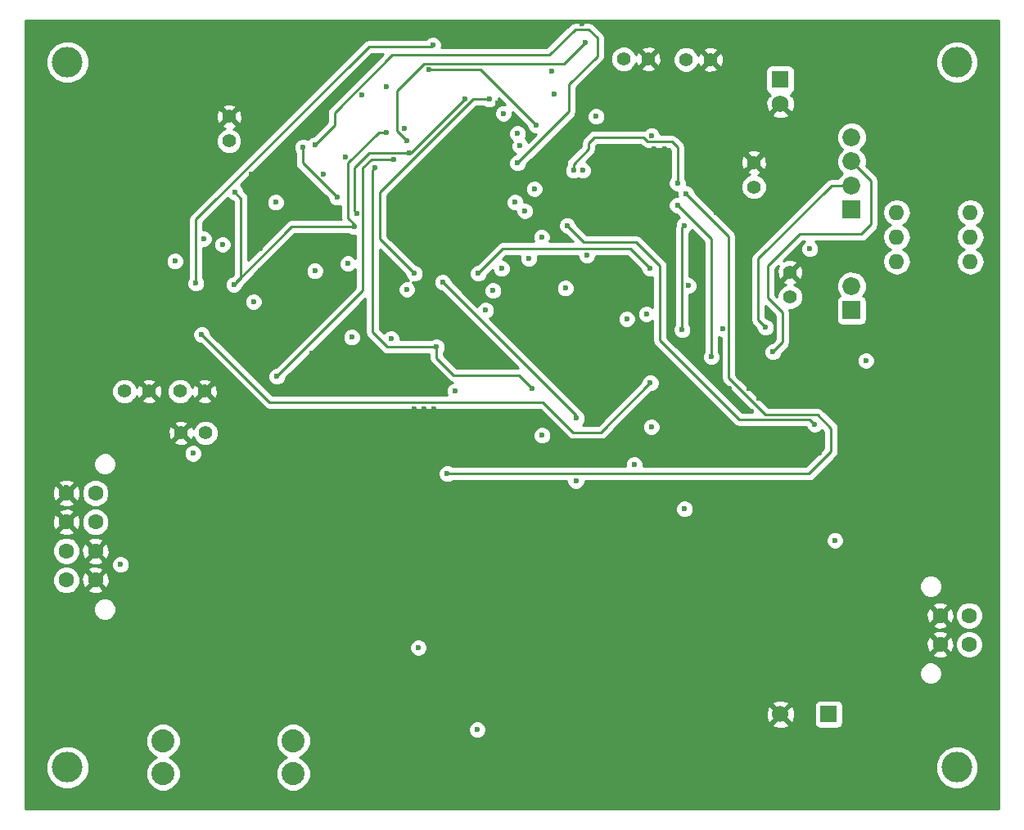
<source format=gbr>
G04 #@! TF.FileFunction,Copper,L3,Inr,Signal*
%FSLAX46Y46*%
G04 Gerber Fmt 4.6, Leading zero omitted, Abs format (unit mm)*
G04 Created by KiCad (PCBNEW (2016-05-27 BZR 6836, Git 4441a4b)-product) date 09/13/16 14:24:09*
%MOMM*%
%LPD*%
G01*
G04 APERTURE LIST*
%ADD10C,0.100000*%
%ADD11C,0.600000*%
%ADD12R,1.850000X1.850000*%
%ADD13C,1.850000*%
%ADD14C,3.175000*%
%ADD15C,2.387600*%
%ADD16C,1.700000*%
%ADD17R,1.700000X1.700000*%
%ADD18C,1.400000*%
%ADD19R,1.750000X1.750000*%
%ADD20C,1.750000*%
%ADD21C,1.600000*%
%ADD22O,1.600000X1.600000*%
%ADD23C,0.250000*%
%ADD24C,0.254000*%
G04 APERTURE END LIST*
D10*
D11*
X97531000Y-108026000D03*
X97831000Y-73726000D03*
X98631000Y-98251000D03*
X117581000Y-67801000D03*
X125381000Y-82776000D03*
X152981000Y-75801000D03*
X146981000Y-83001000D03*
X143106000Y-89901000D03*
X124231000Y-85226000D03*
X97906000Y-85226000D03*
X104381000Y-68626000D03*
X102681000Y-78576000D03*
X103581000Y-93326000D03*
D12*
X178562000Y-82042000D03*
D13*
X178562000Y-79542000D03*
X178562000Y-77042000D03*
X178562000Y-74542000D03*
D11*
X164656000Y-72826000D03*
X164656000Y-71751000D03*
X164681000Y-70151000D03*
X164681000Y-69076000D03*
X186931000Y-103426000D03*
X183331000Y-103426000D03*
X186931000Y-104901000D03*
X185156000Y-101976000D03*
X183331000Y-104901000D03*
X164556000Y-82376000D03*
X147556000Y-67676000D03*
X127956000Y-70176000D03*
X126056000Y-69676000D03*
X123556000Y-91976000D03*
X117456000Y-88376000D03*
X117456000Y-86076000D03*
X114581000Y-94651000D03*
X112806000Y-94826000D03*
X122756000Y-96876000D03*
X125281000Y-98801000D03*
X127856000Y-98876000D03*
X131456000Y-97176000D03*
X138256000Y-102976000D03*
X140256000Y-103376000D03*
X140256000Y-104476000D03*
X133356000Y-102701000D03*
X135381000Y-102701000D03*
X134381000Y-102701000D03*
X97356000Y-110776000D03*
X95456000Y-109026000D03*
X95356000Y-112801000D03*
X100056000Y-123576000D03*
X100056000Y-130976000D03*
X100056000Y-128676000D03*
X100056000Y-126276000D03*
X116856000Y-82976000D03*
X117156000Y-84276000D03*
X122706000Y-107276000D03*
X115206000Y-131526000D03*
X111956000Y-131526000D03*
X115206000Y-129526000D03*
X112956000Y-131526000D03*
X114006000Y-131526000D03*
X115206000Y-130526000D03*
X159256000Y-75776000D03*
X158181000Y-75776000D03*
X160356000Y-82876000D03*
X159856000Y-84876000D03*
X158756000Y-84876000D03*
X157756000Y-84876000D03*
X176556000Y-89976000D03*
X178956000Y-87976000D03*
X177106000Y-88376000D03*
X169756000Y-72376000D03*
X172606000Y-72476000D03*
X171206000Y-72976000D03*
X169256000Y-71026000D03*
X173206000Y-71026000D03*
X168956000Y-101526000D03*
X167956000Y-100526000D03*
X168206000Y-102926000D03*
X165956000Y-100526000D03*
X167781000Y-106026000D03*
X180706000Y-105776000D03*
X179456000Y-104676000D03*
X178481000Y-104651000D03*
X177456000Y-104676000D03*
X173456000Y-104776000D03*
X172456000Y-104776000D03*
X171456000Y-104776000D03*
X170456000Y-104776000D03*
X169456000Y-104776000D03*
X168456000Y-104776000D03*
X168456000Y-107276000D03*
X169456000Y-107276000D03*
X170456000Y-107276000D03*
X171456000Y-107276000D03*
X172456000Y-107276000D03*
X173456000Y-107276000D03*
X175206000Y-107276000D03*
X177456000Y-107276000D03*
X178456000Y-107276000D03*
X179456000Y-107276000D03*
X169856000Y-132976000D03*
X172656000Y-132876000D03*
X172556000Y-135676000D03*
X169856000Y-135676000D03*
X171256000Y-136226000D03*
X171206000Y-132326000D03*
X169256000Y-134276000D03*
X173156000Y-134226000D03*
X172706000Y-125026000D03*
X171706000Y-125026000D03*
X170706000Y-125026000D03*
X169706000Y-125026000D03*
X168956000Y-124026000D03*
X168956000Y-123026000D03*
X169706000Y-122276000D03*
X170706000Y-122276000D03*
X171706000Y-122276000D03*
X172706000Y-122276000D03*
X135456000Y-120526000D03*
X136456000Y-120526000D03*
X137206000Y-116776000D03*
X137206000Y-119776000D03*
X137206000Y-118776000D03*
X137206000Y-117776000D03*
X112456000Y-109526000D03*
X112456000Y-108526000D03*
X113231000Y-107576000D03*
X114231000Y-107576000D03*
X115231000Y-107576000D03*
X116231000Y-107576000D03*
X117231000Y-107576000D03*
X118231000Y-107576000D03*
X119231000Y-107576000D03*
X119956000Y-108526000D03*
X119956000Y-109526000D03*
X134206000Y-130276000D03*
X134206000Y-131526000D03*
X134206000Y-132776000D03*
X134206000Y-134026000D03*
X133206000Y-134776000D03*
X131956000Y-134776000D03*
X130706000Y-134776000D03*
X129706000Y-134026000D03*
X129706000Y-132776000D03*
X129706000Y-131526000D03*
X129706000Y-130276000D03*
X122706000Y-130026000D03*
X122706000Y-131276000D03*
X122706000Y-132526000D03*
X122706000Y-133776000D03*
X118206000Y-133776000D03*
X118206000Y-132526000D03*
X118206000Y-131276000D03*
X118206000Y-130026000D03*
X122706000Y-109776000D03*
X122706000Y-108526000D03*
X122706000Y-106026000D03*
X123706000Y-105276000D03*
X124956000Y-105276000D03*
X126206000Y-105276000D03*
X127206000Y-106026000D03*
X127206000Y-107276000D03*
X127206000Y-108526000D03*
X127206000Y-109776000D03*
X119456000Y-90276000D03*
X117706000Y-90276000D03*
X116506000Y-80651000D03*
X116506000Y-78401000D03*
X116506000Y-79526000D03*
X116456000Y-74776000D03*
X116206000Y-73276000D03*
X116206000Y-71776000D03*
X117456000Y-71026000D03*
X118956000Y-71026000D03*
X120456000Y-70776000D03*
X94456000Y-143526000D03*
X96206000Y-143526000D03*
X98706000Y-143526000D03*
X101206000Y-143526000D03*
X103706000Y-143526000D03*
X106206000Y-143526000D03*
X108706000Y-143526000D03*
X111206000Y-143526000D03*
X113706000Y-143526000D03*
X116206000Y-143526000D03*
X118706000Y-143526000D03*
X121206000Y-143526000D03*
X123706000Y-143526000D03*
X126206000Y-143526000D03*
X128706000Y-143526000D03*
X131206000Y-143526000D03*
X133706000Y-143526000D03*
X136206000Y-143526000D03*
X138706000Y-143526000D03*
X141206000Y-143526000D03*
X143706000Y-143526000D03*
X146206000Y-143526000D03*
X93456000Y-142776000D03*
X93456000Y-140276000D03*
X93456000Y-137776000D03*
X93456000Y-135276000D03*
X93456000Y-132776000D03*
X93456000Y-130276000D03*
X93456000Y-127776000D03*
X93456000Y-125276000D03*
X93456000Y-122776000D03*
X93456000Y-120276000D03*
X93456000Y-117776000D03*
X93456000Y-115276000D03*
X93456000Y-112776000D03*
X93456000Y-110276000D03*
X93456000Y-107776000D03*
X93456000Y-105276000D03*
X93456000Y-102776000D03*
X93456000Y-100276000D03*
X93456000Y-97776000D03*
X93456000Y-95276000D03*
X93456000Y-92776000D03*
X93456000Y-90276000D03*
X93456000Y-87776000D03*
X93456000Y-85276000D03*
X93456000Y-82776000D03*
X93456000Y-80276000D03*
X93456000Y-77776000D03*
X93456000Y-75276000D03*
X93456000Y-72776000D03*
X93456000Y-70276000D03*
X93456000Y-67776000D03*
X93456000Y-65276000D03*
X93456000Y-62776000D03*
X95706000Y-62776000D03*
X98206000Y-62776000D03*
X100706000Y-62776000D03*
X103206000Y-62776000D03*
X105706000Y-62776000D03*
X108206000Y-62776000D03*
X110706000Y-62776000D03*
X113206000Y-62776000D03*
X115706000Y-62776000D03*
X118206000Y-62776000D03*
X120706000Y-62776000D03*
X123206000Y-62776000D03*
X125706000Y-62776000D03*
X128206000Y-62776000D03*
X130706000Y-62776000D03*
X133206000Y-62776000D03*
X135706000Y-62776000D03*
X138206000Y-62776000D03*
X140706000Y-62776000D03*
X143206000Y-62776000D03*
X145706000Y-62776000D03*
X148206000Y-62776000D03*
X150706000Y-62776000D03*
X153206000Y-62776000D03*
X155706000Y-62776000D03*
X158206000Y-62776000D03*
X160706000Y-62776000D03*
X163206000Y-62776000D03*
X165706000Y-62776000D03*
X168206000Y-62776000D03*
X170706000Y-62776000D03*
X173206000Y-62776000D03*
X175706000Y-62776000D03*
X178206000Y-62776000D03*
X180706000Y-62776000D03*
X183206000Y-62776000D03*
X185706000Y-62776000D03*
X188206000Y-62776000D03*
X190706000Y-62776000D03*
X193206000Y-63526000D03*
X193206000Y-66026000D03*
X193206000Y-68526000D03*
X193206000Y-71026000D03*
X193206000Y-73526000D03*
X193206000Y-76026000D03*
X193206000Y-78526000D03*
X193206000Y-81026000D03*
X193206000Y-83526000D03*
X193206000Y-86026000D03*
X193206000Y-88526000D03*
X193206000Y-91026000D03*
X193206000Y-93526000D03*
X193206000Y-96026000D03*
X193206000Y-98526000D03*
X193206000Y-101026000D03*
X193206000Y-103526000D03*
X193206000Y-106026000D03*
X193206000Y-108526000D03*
X193206000Y-111026000D03*
X193206000Y-113526000D03*
X193206000Y-116026000D03*
X193206000Y-118526000D03*
X193206000Y-121026000D03*
X193206000Y-123526000D03*
X193206000Y-126026000D03*
X193206000Y-128526000D03*
X193206000Y-131026000D03*
X193206000Y-133526000D03*
X193206000Y-136026000D03*
X193206000Y-138526000D03*
X193206000Y-141026000D03*
X193206000Y-143526000D03*
X191206000Y-143526000D03*
X188706000Y-143526000D03*
X186206000Y-143526000D03*
X183706000Y-143526000D03*
X181206000Y-143526000D03*
X178706000Y-143526000D03*
X176206000Y-143526000D03*
X173706000Y-143526000D03*
X171206000Y-143526000D03*
X168706000Y-143526000D03*
X166206000Y-143526000D03*
X163706000Y-143526000D03*
X158706000Y-143526000D03*
X161206000Y-143526000D03*
X156206000Y-143526000D03*
X153706000Y-143526000D03*
X151206000Y-143526000D03*
D14*
X189456000Y-139776000D03*
D15*
X107352000Y-140427000D03*
X120814000Y-140427000D03*
X120814000Y-137023400D03*
X107352000Y-137023400D03*
D16*
X171206000Y-134276000D03*
D17*
X176206000Y-134276000D03*
D18*
X109220000Y-105156000D03*
X111760000Y-105156000D03*
X114173000Y-74930000D03*
X114173000Y-72390000D03*
X103378000Y-100838000D03*
X105918000Y-100838000D03*
X109093000Y-100838000D03*
X111633000Y-100838000D03*
X161442400Y-66497200D03*
X163982400Y-66497200D03*
X154990800Y-66446400D03*
X157530800Y-66446400D03*
X168456000Y-79676000D03*
X168456000Y-77136000D03*
X172212000Y-91059000D03*
X172212000Y-88519000D03*
D19*
X171196000Y-68580000D03*
D20*
X171196000Y-71080000D03*
D12*
X178562000Y-92456000D03*
D13*
X178562000Y-89956000D03*
D14*
X97456000Y-139776000D03*
X97456000Y-66776000D03*
X189456000Y-66776000D03*
D11*
X148706000Y-143526000D03*
D21*
X97356000Y-120376000D03*
X97356000Y-117376000D03*
X97356000Y-114376000D03*
X97356000Y-111376000D03*
X100356000Y-120376000D03*
X100356000Y-117376000D03*
X100356000Y-114376000D03*
X100356000Y-111376000D03*
D22*
X190856000Y-87406000D03*
X190856000Y-84866000D03*
X190856000Y-82326000D03*
X183236000Y-82326000D03*
X183236000Y-84866000D03*
X183236000Y-87406000D03*
D21*
X190731000Y-124051000D03*
X190731000Y-127051000D03*
X187731000Y-124051000D03*
X187731000Y-127051000D03*
D11*
X175181000Y-95751000D03*
X174081000Y-95726000D03*
X109220000Y-128524000D03*
X107950000Y-117602000D03*
X109220000Y-117856000D03*
X141986000Y-70993000D03*
X137160000Y-96012000D03*
X138811000Y-94742000D03*
X138303000Y-90170000D03*
X126238000Y-76581000D03*
X138684000Y-73152000D03*
X113504487Y-85641332D03*
X160556000Y-79276000D03*
X133756000Y-127376000D03*
X108585000Y-87376000D03*
X149809200Y-77978000D03*
X118999000Y-81280000D03*
X145542000Y-100584000D03*
X129286000Y-77724000D03*
X135636000Y-96266000D03*
X144018000Y-74168000D03*
X123952000Y-78359000D03*
X134874000Y-67564000D03*
X145923000Y-73279000D03*
X126492000Y-87630000D03*
X130429000Y-69342000D03*
X146558000Y-105410000D03*
X148971000Y-90170000D03*
X142367000Y-88138000D03*
X157861000Y-104521000D03*
X141478000Y-90424000D03*
X155321000Y-93345000D03*
X157734000Y-88138000D03*
X139954000Y-88646000D03*
X126873000Y-95250000D03*
X130937000Y-95377000D03*
X136756000Y-109376000D03*
X161456000Y-80376000D03*
X141097000Y-70612000D03*
X133350000Y-88646000D03*
X121793000Y-75565000D03*
X125349000Y-80772000D03*
X132588000Y-74930000D03*
X151003000Y-64770000D03*
X145756000Y-79876000D03*
X164056000Y-97276000D03*
X160556000Y-81576000D03*
X143764000Y-81280000D03*
X165227000Y-94361000D03*
X149156000Y-83676000D03*
X174756000Y-104276000D03*
X176856000Y-116276000D03*
X157886400Y-74371200D03*
X152146000Y-72390000D03*
X144272000Y-75438000D03*
X150756000Y-77976000D03*
X132334000Y-73660000D03*
X102956000Y-118776000D03*
X110456000Y-107276000D03*
X142556000Y-72076000D03*
X139856000Y-135876000D03*
X123056000Y-88376009D03*
X150056000Y-110076000D03*
X150114000Y-103632000D03*
X136271000Y-89535000D03*
X140716000Y-92456000D03*
X161290000Y-113030000D03*
X156083000Y-108458000D03*
X137541000Y-100838000D03*
X157756000Y-99976000D03*
X111356000Y-94976000D03*
X123063000Y-75311000D03*
X161671000Y-89916000D03*
X144018000Y-77216000D03*
X127127000Y-83820000D03*
X130429000Y-74041000D03*
X114808000Y-80264000D03*
X114681000Y-89789000D03*
X119126000Y-99314000D03*
X131191000Y-76835000D03*
X135255000Y-65024000D03*
X116713000Y-91567000D03*
X110744000Y-89662000D03*
X145186400Y-87122000D03*
X151180800Y-86766400D03*
X146507200Y-84886800D03*
X144780000Y-82169000D03*
X161256000Y-83676000D03*
X161056000Y-94476000D03*
X180056000Y-97676000D03*
X157353000Y-92837000D03*
X169672000Y-94234000D03*
X170434000Y-96774000D03*
X127381000Y-82423000D03*
X147828000Y-70104000D03*
X138557000Y-70612000D03*
X132842000Y-76200000D03*
X174244000Y-86106000D03*
X111556000Y-85051000D03*
X132581000Y-90301000D03*
D23*
X156956000Y-74526000D02*
X157031000Y-74526000D01*
X151356000Y-75126000D02*
X151956000Y-74526000D01*
X151956000Y-74526000D02*
X156956000Y-74526000D01*
X149809200Y-77978000D02*
X149809200Y-77322800D01*
X160556000Y-76476000D02*
X160556000Y-79276000D01*
X149809200Y-77322800D02*
X151356000Y-75776000D01*
X151356000Y-75776000D02*
X151356000Y-75126000D01*
X160556000Y-75551000D02*
X160556000Y-76476000D01*
X159981000Y-74976000D02*
X160556000Y-75551000D01*
X157481000Y-74976000D02*
X159981000Y-74976000D01*
X157031000Y-74526000D02*
X157481000Y-74976000D01*
X144145000Y-99187000D02*
X145542000Y-100584000D01*
X137414000Y-99187000D02*
X144145000Y-99187000D01*
X135636000Y-97409000D02*
X137414000Y-99187000D01*
X135636000Y-97409000D02*
X135636000Y-96266000D01*
X130556000Y-96266000D02*
X135636000Y-96266000D01*
X129032000Y-94742000D02*
X130556000Y-96266000D01*
X129032000Y-77978000D02*
X129032000Y-94742000D01*
X129286000Y-77724000D02*
X129032000Y-77978000D01*
X140208000Y-67564000D02*
X134874000Y-67564000D01*
X145923000Y-73279000D02*
X140208000Y-67564000D01*
X155702000Y-86106000D02*
X157734000Y-88138000D01*
X142494000Y-86106000D02*
X155702000Y-86106000D01*
X139954000Y-88646000D02*
X142494000Y-86106000D01*
X174156000Y-109376000D02*
X136756000Y-109376000D01*
X176456000Y-107076000D02*
X174156000Y-109376000D01*
X176456000Y-104676000D02*
X176456000Y-107076000D01*
X175056000Y-103276000D02*
X176456000Y-104676000D01*
X169656000Y-103276000D02*
X175056000Y-103276000D01*
X165856000Y-99476000D02*
X169656000Y-103276000D01*
X165856000Y-84776000D02*
X165856000Y-99476000D01*
X161456000Y-80376000D02*
X165856000Y-84776000D01*
X139446000Y-70612000D02*
X141097000Y-70612000D01*
X129794000Y-80264000D02*
X139446000Y-70612000D01*
X129794000Y-85090000D02*
X129794000Y-80264000D01*
X133350000Y-88646000D02*
X129794000Y-85090000D01*
X121793000Y-77216000D02*
X121793000Y-75565000D01*
X125349000Y-80772000D02*
X121793000Y-77216000D01*
X131572000Y-69850000D02*
X131572000Y-69723000D01*
X132588000Y-74930000D02*
X131572000Y-73914000D01*
X131572000Y-73914000D02*
X131572000Y-69850000D01*
X148844000Y-66929000D02*
X151003000Y-64770000D01*
X134366000Y-66929000D02*
X148844000Y-66929000D01*
X131572000Y-69723000D02*
X134366000Y-66929000D01*
X164056000Y-85076000D02*
X164056000Y-97276000D01*
X160556000Y-81576000D02*
X164056000Y-85076000D01*
X167956000Y-103776000D02*
X166956000Y-103776000D01*
X167956000Y-103776000D02*
X174256000Y-103776000D01*
X174756000Y-104276000D02*
X174256000Y-103776000D01*
X158756000Y-87876000D02*
X158756000Y-95576000D01*
X156256000Y-85376000D02*
X158756000Y-87876000D01*
X150856000Y-85376000D02*
X156256000Y-85376000D01*
X149156000Y-83676000D02*
X150856000Y-85376000D01*
X166956000Y-103776000D02*
X158756000Y-95576000D01*
X150114000Y-103378000D02*
X150114000Y-103632000D01*
X136271000Y-89535000D02*
X150114000Y-103378000D01*
X152656000Y-105076000D02*
X157756000Y-99976000D01*
X149756000Y-105076000D02*
X152656000Y-105076000D01*
X146656000Y-101976000D02*
X149756000Y-105076000D01*
X118356000Y-101976000D02*
X146656000Y-101976000D01*
X111356000Y-94976000D02*
X118356000Y-101976000D01*
X149352000Y-71882000D02*
X144018000Y-77216000D01*
X149352000Y-69088000D02*
X149352000Y-71882000D01*
X152273000Y-66167000D02*
X149352000Y-69088000D01*
X152273000Y-64262000D02*
X152273000Y-66167000D01*
X151384000Y-63373000D02*
X152273000Y-64262000D01*
X149987000Y-63373000D02*
X151384000Y-63373000D01*
X147320000Y-66040000D02*
X149987000Y-63373000D01*
X131064000Y-66040000D02*
X147320000Y-66040000D01*
X125095000Y-72009000D02*
X131064000Y-66040000D01*
X125095000Y-73279000D02*
X125095000Y-72009000D01*
X123063000Y-75311000D02*
X125095000Y-73279000D01*
X115404801Y-80860801D02*
X115404801Y-89065199D01*
X115404801Y-89065199D02*
X114980999Y-89489001D01*
X114980999Y-89489001D02*
X114681000Y-89789000D01*
X114808000Y-80264000D02*
X115404801Y-80860801D01*
X127127000Y-83820000D02*
X127127000Y-83566000D01*
X127127000Y-83566000D02*
X126492000Y-82931000D01*
X120650000Y-83820000D02*
X127127000Y-83820000D01*
X114681000Y-89789000D02*
X120650000Y-83820000D01*
X129667000Y-74041000D02*
X130429000Y-74041000D01*
X126492000Y-77216000D02*
X129667000Y-74041000D01*
X126492000Y-82931000D02*
X126492000Y-77216000D01*
X128016000Y-90424000D02*
X128016000Y-77724000D01*
X131191000Y-76835000D02*
X128905000Y-76835000D01*
X119126000Y-99314000D02*
X128016000Y-90424000D01*
X128905000Y-76835000D02*
X128016000Y-77724000D01*
X110744000Y-83058000D02*
X110744000Y-89662000D01*
X128651000Y-65151000D02*
X110744000Y-83058000D01*
X135128000Y-65151000D02*
X128651000Y-65151000D01*
X135255000Y-65024000D02*
X135128000Y-65151000D01*
X161256000Y-83676000D02*
X161056000Y-83876000D01*
X161056000Y-83876000D02*
X161056000Y-94476000D01*
X176490000Y-79542000D02*
X178562000Y-79542000D01*
X168910000Y-87122000D02*
X176490000Y-79542000D01*
X168910000Y-93472000D02*
X168910000Y-87122000D01*
X169672000Y-94234000D02*
X168910000Y-93472000D01*
X180594000Y-79074000D02*
X178562000Y-77042000D01*
X180594000Y-83566000D02*
X180594000Y-79074000D01*
X179578000Y-84582000D02*
X180594000Y-83566000D01*
X173228000Y-84582000D02*
X179578000Y-84582000D01*
X169926000Y-87884000D02*
X173228000Y-84582000D01*
X169926000Y-91186000D02*
X169926000Y-87884000D01*
X171450000Y-92710000D02*
X169926000Y-91186000D01*
X171450000Y-95758000D02*
X171450000Y-92710000D01*
X170434000Y-96774000D02*
X171450000Y-95758000D01*
X127127000Y-82169000D02*
X127127000Y-77724000D01*
X127381000Y-82423000D02*
X127127000Y-82169000D01*
X132969000Y-76200000D02*
X132842000Y-76200000D01*
X138557000Y-70612000D02*
X132969000Y-76200000D01*
X128651000Y-76200000D02*
X132842000Y-76200000D01*
X127127000Y-77724000D02*
X128651000Y-76200000D01*
D24*
G36*
X193771000Y-144091000D02*
X93141000Y-144091000D01*
X93141000Y-140216143D01*
X95233115Y-140216143D01*
X95570758Y-141033300D01*
X96195411Y-141659045D01*
X97011978Y-141998113D01*
X97896143Y-141998885D01*
X98713300Y-141661242D01*
X99339045Y-141036589D01*
X99678113Y-140220022D01*
X99678885Y-139335857D01*
X99341242Y-138518700D01*
X98716589Y-137892955D01*
X97900022Y-137553887D01*
X97015857Y-137553115D01*
X96198700Y-137890758D01*
X95572955Y-138515411D01*
X95233887Y-139331978D01*
X95233115Y-140216143D01*
X93141000Y-140216143D01*
X93141000Y-137385575D01*
X105522884Y-137385575D01*
X105800715Y-138057978D01*
X106314716Y-138572877D01*
X106681623Y-138725230D01*
X106317422Y-138875715D01*
X105802523Y-139389716D01*
X105523518Y-140061633D01*
X105522884Y-140789175D01*
X105800715Y-141461578D01*
X106314716Y-141976477D01*
X106986633Y-142255482D01*
X107714175Y-142256116D01*
X108386578Y-141978285D01*
X108901477Y-141464284D01*
X109180482Y-140792367D01*
X109181116Y-140064825D01*
X108903285Y-139392422D01*
X108389284Y-138877523D01*
X108022377Y-138725170D01*
X108386578Y-138574685D01*
X108901477Y-138060684D01*
X109180482Y-137388767D01*
X109180484Y-137385575D01*
X118984884Y-137385575D01*
X119262715Y-138057978D01*
X119776716Y-138572877D01*
X120143623Y-138725230D01*
X119779422Y-138875715D01*
X119264523Y-139389716D01*
X118985518Y-140061633D01*
X118984884Y-140789175D01*
X119262715Y-141461578D01*
X119776716Y-141976477D01*
X120448633Y-142255482D01*
X121176175Y-142256116D01*
X121848578Y-141978285D01*
X122363477Y-141464284D01*
X122642482Y-140792367D01*
X122642984Y-140216143D01*
X187233115Y-140216143D01*
X187570758Y-141033300D01*
X188195411Y-141659045D01*
X189011978Y-141998113D01*
X189896143Y-141998885D01*
X190713300Y-141661242D01*
X191339045Y-141036589D01*
X191678113Y-140220022D01*
X191678885Y-139335857D01*
X191341242Y-138518700D01*
X190716589Y-137892955D01*
X189900022Y-137553887D01*
X189015857Y-137553115D01*
X188198700Y-137890758D01*
X187572955Y-138515411D01*
X187233887Y-139331978D01*
X187233115Y-140216143D01*
X122642984Y-140216143D01*
X122643116Y-140064825D01*
X122365285Y-139392422D01*
X121851284Y-138877523D01*
X121484377Y-138725170D01*
X121848578Y-138574685D01*
X122363477Y-138060684D01*
X122642482Y-137388767D01*
X122643116Y-136661225D01*
X122395178Y-136061167D01*
X138920838Y-136061167D01*
X139062883Y-136404943D01*
X139325673Y-136668192D01*
X139669201Y-136810838D01*
X140041167Y-136811162D01*
X140384943Y-136669117D01*
X140648192Y-136406327D01*
X140790838Y-136062799D01*
X140791162Y-135690833D01*
X140649117Y-135347057D01*
X140622066Y-135319958D01*
X170341647Y-135319958D01*
X170421920Y-135571259D01*
X170977279Y-135772718D01*
X171567458Y-135746315D01*
X171990080Y-135571259D01*
X172070353Y-135319958D01*
X171206000Y-134455605D01*
X170341647Y-135319958D01*
X140622066Y-135319958D01*
X140386327Y-135083808D01*
X140042799Y-134941162D01*
X139670833Y-134940838D01*
X139327057Y-135082883D01*
X139063808Y-135345673D01*
X138921162Y-135689201D01*
X138920838Y-136061167D01*
X122395178Y-136061167D01*
X122365285Y-135988822D01*
X121851284Y-135473923D01*
X121179367Y-135194918D01*
X120451825Y-135194284D01*
X119779422Y-135472115D01*
X119264523Y-135986116D01*
X118985518Y-136658033D01*
X118984884Y-137385575D01*
X109180484Y-137385575D01*
X109181116Y-136661225D01*
X108903285Y-135988822D01*
X108389284Y-135473923D01*
X107717367Y-135194918D01*
X106989825Y-135194284D01*
X106317422Y-135472115D01*
X105802523Y-135986116D01*
X105523518Y-136658033D01*
X105522884Y-137385575D01*
X93141000Y-137385575D01*
X93141000Y-134047279D01*
X169709282Y-134047279D01*
X169735685Y-134637458D01*
X169910741Y-135060080D01*
X170162042Y-135140353D01*
X171026395Y-134276000D01*
X171385605Y-134276000D01*
X172249958Y-135140353D01*
X172501259Y-135060080D01*
X172702718Y-134504721D01*
X172676315Y-133914542D01*
X172501259Y-133491920D01*
X172294892Y-133426000D01*
X174708560Y-133426000D01*
X174708560Y-135126000D01*
X174757843Y-135373765D01*
X174898191Y-135583809D01*
X175108235Y-135724157D01*
X175356000Y-135773440D01*
X177056000Y-135773440D01*
X177303765Y-135724157D01*
X177513809Y-135583809D01*
X177654157Y-135373765D01*
X177703440Y-135126000D01*
X177703440Y-133426000D01*
X177654157Y-133178235D01*
X177513809Y-132968191D01*
X177303765Y-132827843D01*
X177056000Y-132778560D01*
X175356000Y-132778560D01*
X175108235Y-132827843D01*
X174898191Y-132968191D01*
X174757843Y-133178235D01*
X174708560Y-133426000D01*
X172294892Y-133426000D01*
X172249958Y-133411647D01*
X171385605Y-134276000D01*
X171026395Y-134276000D01*
X170162042Y-133411647D01*
X169910741Y-133491920D01*
X169709282Y-134047279D01*
X93141000Y-134047279D01*
X93141000Y-133232042D01*
X170341647Y-133232042D01*
X171206000Y-134096395D01*
X172070353Y-133232042D01*
X171990080Y-132980741D01*
X171434721Y-132779282D01*
X170844542Y-132805685D01*
X170421920Y-132980741D01*
X170341647Y-133232042D01*
X93141000Y-133232042D01*
X93141000Y-130285677D01*
X185545794Y-130285677D01*
X185725820Y-130721372D01*
X186058875Y-131055009D01*
X186494255Y-131235794D01*
X186965677Y-131236206D01*
X187401372Y-131056180D01*
X187735009Y-130723125D01*
X187915794Y-130287745D01*
X187916206Y-129816323D01*
X187736180Y-129380628D01*
X187403125Y-129046991D01*
X186967745Y-128866206D01*
X186496323Y-128865794D01*
X186060628Y-129045820D01*
X185726991Y-129378875D01*
X185546206Y-129814255D01*
X185545794Y-130285677D01*
X93141000Y-130285677D01*
X93141000Y-127561167D01*
X132820838Y-127561167D01*
X132962883Y-127904943D01*
X133225673Y-128168192D01*
X133569201Y-128310838D01*
X133941167Y-128311162D01*
X134284943Y-128169117D01*
X134395507Y-128058745D01*
X186902861Y-128058745D01*
X186976995Y-128304864D01*
X187514223Y-128497965D01*
X188084454Y-128470778D01*
X188485005Y-128304864D01*
X188559139Y-128058745D01*
X187731000Y-127230605D01*
X186902861Y-128058745D01*
X134395507Y-128058745D01*
X134548192Y-127906327D01*
X134690838Y-127562799D01*
X134691162Y-127190833D01*
X134549117Y-126847057D01*
X134536306Y-126834223D01*
X186284035Y-126834223D01*
X186311222Y-127404454D01*
X186477136Y-127805005D01*
X186723255Y-127879139D01*
X187551395Y-127051000D01*
X187910605Y-127051000D01*
X188738745Y-127879139D01*
X188984864Y-127805005D01*
X189153735Y-127335187D01*
X189295752Y-127335187D01*
X189513757Y-127862800D01*
X189917077Y-128266824D01*
X190444309Y-128485750D01*
X191015187Y-128486248D01*
X191542800Y-128268243D01*
X191946824Y-127864923D01*
X192165750Y-127337691D01*
X192166248Y-126766813D01*
X191948243Y-126239200D01*
X191544923Y-125835176D01*
X191017691Y-125616250D01*
X190446813Y-125615752D01*
X189919200Y-125833757D01*
X189515176Y-126237077D01*
X189296250Y-126764309D01*
X189295752Y-127335187D01*
X189153735Y-127335187D01*
X189177965Y-127267777D01*
X189150778Y-126697546D01*
X188984864Y-126296995D01*
X188738745Y-126222861D01*
X187910605Y-127051000D01*
X187551395Y-127051000D01*
X186723255Y-126222861D01*
X186477136Y-126296995D01*
X186284035Y-126834223D01*
X134536306Y-126834223D01*
X134286327Y-126583808D01*
X133942799Y-126441162D01*
X133570833Y-126440838D01*
X133227057Y-126582883D01*
X132963808Y-126845673D01*
X132821162Y-127189201D01*
X132820838Y-127561167D01*
X93141000Y-127561167D01*
X93141000Y-126043255D01*
X186902861Y-126043255D01*
X187731000Y-126871395D01*
X188559139Y-126043255D01*
X188485005Y-125797136D01*
X187947777Y-125604035D01*
X187377546Y-125631222D01*
X186976995Y-125797136D01*
X186902861Y-126043255D01*
X93141000Y-126043255D01*
X93141000Y-125058745D01*
X186902861Y-125058745D01*
X186976995Y-125304864D01*
X187514223Y-125497965D01*
X188084454Y-125470778D01*
X188485005Y-125304864D01*
X188559139Y-125058745D01*
X187731000Y-124230605D01*
X186902861Y-125058745D01*
X93141000Y-125058745D01*
X93141000Y-123610677D01*
X100110794Y-123610677D01*
X100290820Y-124046372D01*
X100623875Y-124380009D01*
X101059255Y-124560794D01*
X101530677Y-124561206D01*
X101966372Y-124381180D01*
X102300009Y-124048125D01*
X102388828Y-123834223D01*
X186284035Y-123834223D01*
X186311222Y-124404454D01*
X186477136Y-124805005D01*
X186723255Y-124879139D01*
X187551395Y-124051000D01*
X187910605Y-124051000D01*
X188738745Y-124879139D01*
X188984864Y-124805005D01*
X189153735Y-124335187D01*
X189295752Y-124335187D01*
X189513757Y-124862800D01*
X189917077Y-125266824D01*
X190444309Y-125485750D01*
X191015187Y-125486248D01*
X191542800Y-125268243D01*
X191946824Y-124864923D01*
X192165750Y-124337691D01*
X192166248Y-123766813D01*
X191948243Y-123239200D01*
X191544923Y-122835176D01*
X191017691Y-122616250D01*
X190446813Y-122615752D01*
X189919200Y-122833757D01*
X189515176Y-123237077D01*
X189296250Y-123764309D01*
X189295752Y-124335187D01*
X189153735Y-124335187D01*
X189177965Y-124267777D01*
X189150778Y-123697546D01*
X188984864Y-123296995D01*
X188738745Y-123222861D01*
X187910605Y-124051000D01*
X187551395Y-124051000D01*
X186723255Y-123222861D01*
X186477136Y-123296995D01*
X186284035Y-123834223D01*
X102388828Y-123834223D01*
X102480794Y-123612745D01*
X102481206Y-123141323D01*
X102440686Y-123043255D01*
X186902861Y-123043255D01*
X187731000Y-123871395D01*
X188559139Y-123043255D01*
X188485005Y-122797136D01*
X187947777Y-122604035D01*
X187377546Y-122631222D01*
X186976995Y-122797136D01*
X186902861Y-123043255D01*
X102440686Y-123043255D01*
X102301180Y-122705628D01*
X101968125Y-122371991D01*
X101532745Y-122191206D01*
X101061323Y-122190794D01*
X100625628Y-122370820D01*
X100291991Y-122703875D01*
X100111206Y-123139255D01*
X100110794Y-123610677D01*
X93141000Y-123610677D01*
X93141000Y-120660187D01*
X95920752Y-120660187D01*
X96138757Y-121187800D01*
X96542077Y-121591824D01*
X97069309Y-121810750D01*
X97640187Y-121811248D01*
X98167800Y-121593243D01*
X98377663Y-121383745D01*
X99527861Y-121383745D01*
X99601995Y-121629864D01*
X100139223Y-121822965D01*
X100709454Y-121795778D01*
X101110005Y-121629864D01*
X101184139Y-121383745D01*
X101086072Y-121285677D01*
X185605794Y-121285677D01*
X185785820Y-121721372D01*
X186118875Y-122055009D01*
X186554255Y-122235794D01*
X187025677Y-122236206D01*
X187461372Y-122056180D01*
X187795009Y-121723125D01*
X187975794Y-121287745D01*
X187976206Y-120816323D01*
X187796180Y-120380628D01*
X187463125Y-120046991D01*
X187027745Y-119866206D01*
X186556323Y-119865794D01*
X186120628Y-120045820D01*
X185786991Y-120378875D01*
X185606206Y-120814255D01*
X185605794Y-121285677D01*
X101086072Y-121285677D01*
X100356000Y-120555605D01*
X99527861Y-121383745D01*
X98377663Y-121383745D01*
X98571824Y-121189923D01*
X98790750Y-120662691D01*
X98791189Y-120159223D01*
X98909035Y-120159223D01*
X98936222Y-120729454D01*
X99102136Y-121130005D01*
X99348255Y-121204139D01*
X100176395Y-120376000D01*
X100535605Y-120376000D01*
X101363745Y-121204139D01*
X101609864Y-121130005D01*
X101802965Y-120592777D01*
X101775778Y-120022546D01*
X101609864Y-119621995D01*
X101363745Y-119547861D01*
X100535605Y-120376000D01*
X100176395Y-120376000D01*
X99348255Y-119547861D01*
X99102136Y-119621995D01*
X98909035Y-120159223D01*
X98791189Y-120159223D01*
X98791248Y-120091813D01*
X98573243Y-119564200D01*
X98377640Y-119368255D01*
X99527861Y-119368255D01*
X100356000Y-120196395D01*
X101184139Y-119368255D01*
X101110005Y-119122136D01*
X100662172Y-118961167D01*
X102020838Y-118961167D01*
X102162883Y-119304943D01*
X102425673Y-119568192D01*
X102769201Y-119710838D01*
X103141167Y-119711162D01*
X103484943Y-119569117D01*
X103748192Y-119306327D01*
X103890838Y-118962799D01*
X103891162Y-118590833D01*
X103749117Y-118247057D01*
X103486327Y-117983808D01*
X103142799Y-117841162D01*
X102770833Y-117840838D01*
X102427057Y-117982883D01*
X102163808Y-118245673D01*
X102021162Y-118589201D01*
X102020838Y-118961167D01*
X100662172Y-118961167D01*
X100572777Y-118929035D01*
X100002546Y-118956222D01*
X99601995Y-119122136D01*
X99527861Y-119368255D01*
X98377640Y-119368255D01*
X98169923Y-119160176D01*
X97642691Y-118941250D01*
X97071813Y-118940752D01*
X96544200Y-119158757D01*
X96140176Y-119562077D01*
X95921250Y-120089309D01*
X95920752Y-120660187D01*
X93141000Y-120660187D01*
X93141000Y-117660187D01*
X95920752Y-117660187D01*
X96138757Y-118187800D01*
X96542077Y-118591824D01*
X97069309Y-118810750D01*
X97640187Y-118811248D01*
X98167800Y-118593243D01*
X98377663Y-118383745D01*
X99527861Y-118383745D01*
X99601995Y-118629864D01*
X100139223Y-118822965D01*
X100709454Y-118795778D01*
X101110005Y-118629864D01*
X101184139Y-118383745D01*
X100356000Y-117555605D01*
X99527861Y-118383745D01*
X98377663Y-118383745D01*
X98571824Y-118189923D01*
X98790750Y-117662691D01*
X98791189Y-117159223D01*
X98909035Y-117159223D01*
X98936222Y-117729454D01*
X99102136Y-118130005D01*
X99348255Y-118204139D01*
X100176395Y-117376000D01*
X100535605Y-117376000D01*
X101363745Y-118204139D01*
X101609864Y-118130005D01*
X101802965Y-117592777D01*
X101775778Y-117022546D01*
X101609864Y-116621995D01*
X101363745Y-116547861D01*
X100535605Y-117376000D01*
X100176395Y-117376000D01*
X99348255Y-116547861D01*
X99102136Y-116621995D01*
X98909035Y-117159223D01*
X98791189Y-117159223D01*
X98791248Y-117091813D01*
X98573243Y-116564200D01*
X98377640Y-116368255D01*
X99527861Y-116368255D01*
X100356000Y-117196395D01*
X101091227Y-116461167D01*
X175920838Y-116461167D01*
X176062883Y-116804943D01*
X176325673Y-117068192D01*
X176669201Y-117210838D01*
X177041167Y-117211162D01*
X177384943Y-117069117D01*
X177648192Y-116806327D01*
X177790838Y-116462799D01*
X177791162Y-116090833D01*
X177649117Y-115747057D01*
X177386327Y-115483808D01*
X177042799Y-115341162D01*
X176670833Y-115340838D01*
X176327057Y-115482883D01*
X176063808Y-115745673D01*
X175921162Y-116089201D01*
X175920838Y-116461167D01*
X101091227Y-116461167D01*
X101184139Y-116368255D01*
X101110005Y-116122136D01*
X100572777Y-115929035D01*
X100002546Y-115956222D01*
X99601995Y-116122136D01*
X99527861Y-116368255D01*
X98377640Y-116368255D01*
X98169923Y-116160176D01*
X97642691Y-115941250D01*
X97071813Y-115940752D01*
X96544200Y-116158757D01*
X96140176Y-116562077D01*
X95921250Y-117089309D01*
X95920752Y-117660187D01*
X93141000Y-117660187D01*
X93141000Y-115383745D01*
X96527861Y-115383745D01*
X96601995Y-115629864D01*
X97139223Y-115822965D01*
X97709454Y-115795778D01*
X98110005Y-115629864D01*
X98184139Y-115383745D01*
X97356000Y-114555605D01*
X96527861Y-115383745D01*
X93141000Y-115383745D01*
X93141000Y-114159223D01*
X95909035Y-114159223D01*
X95936222Y-114729454D01*
X96102136Y-115130005D01*
X96348255Y-115204139D01*
X97176395Y-114376000D01*
X97535605Y-114376000D01*
X98363745Y-115204139D01*
X98609864Y-115130005D01*
X98778735Y-114660187D01*
X98920752Y-114660187D01*
X99138757Y-115187800D01*
X99542077Y-115591824D01*
X100069309Y-115810750D01*
X100640187Y-115811248D01*
X101167800Y-115593243D01*
X101571824Y-115189923D01*
X101790750Y-114662691D01*
X101791248Y-114091813D01*
X101573243Y-113564200D01*
X101224819Y-113215167D01*
X160354838Y-113215167D01*
X160496883Y-113558943D01*
X160759673Y-113822192D01*
X161103201Y-113964838D01*
X161475167Y-113965162D01*
X161818943Y-113823117D01*
X162082192Y-113560327D01*
X162224838Y-113216799D01*
X162225162Y-112844833D01*
X162083117Y-112501057D01*
X161820327Y-112237808D01*
X161476799Y-112095162D01*
X161104833Y-112094838D01*
X160761057Y-112236883D01*
X160497808Y-112499673D01*
X160355162Y-112843201D01*
X160354838Y-113215167D01*
X101224819Y-113215167D01*
X101169923Y-113160176D01*
X100642691Y-112941250D01*
X100071813Y-112940752D01*
X99544200Y-113158757D01*
X99140176Y-113562077D01*
X98921250Y-114089309D01*
X98920752Y-114660187D01*
X98778735Y-114660187D01*
X98802965Y-114592777D01*
X98775778Y-114022546D01*
X98609864Y-113621995D01*
X98363745Y-113547861D01*
X97535605Y-114376000D01*
X97176395Y-114376000D01*
X96348255Y-113547861D01*
X96102136Y-113621995D01*
X95909035Y-114159223D01*
X93141000Y-114159223D01*
X93141000Y-113368255D01*
X96527861Y-113368255D01*
X97356000Y-114196395D01*
X98184139Y-113368255D01*
X98110005Y-113122136D01*
X97572777Y-112929035D01*
X97002546Y-112956222D01*
X96601995Y-113122136D01*
X96527861Y-113368255D01*
X93141000Y-113368255D01*
X93141000Y-112383745D01*
X96527861Y-112383745D01*
X96601995Y-112629864D01*
X97139223Y-112822965D01*
X97709454Y-112795778D01*
X98110005Y-112629864D01*
X98184139Y-112383745D01*
X97356000Y-111555605D01*
X96527861Y-112383745D01*
X93141000Y-112383745D01*
X93141000Y-111159223D01*
X95909035Y-111159223D01*
X95936222Y-111729454D01*
X96102136Y-112130005D01*
X96348255Y-112204139D01*
X97176395Y-111376000D01*
X97535605Y-111376000D01*
X98363745Y-112204139D01*
X98609864Y-112130005D01*
X98778735Y-111660187D01*
X98920752Y-111660187D01*
X99138757Y-112187800D01*
X99542077Y-112591824D01*
X100069309Y-112810750D01*
X100640187Y-112811248D01*
X101167800Y-112593243D01*
X101571824Y-112189923D01*
X101790750Y-111662691D01*
X101791248Y-111091813D01*
X101573243Y-110564200D01*
X101169923Y-110160176D01*
X100642691Y-109941250D01*
X100071813Y-109940752D01*
X99544200Y-110158757D01*
X99140176Y-110562077D01*
X98921250Y-111089309D01*
X98920752Y-111660187D01*
X98778735Y-111660187D01*
X98802965Y-111592777D01*
X98775778Y-111022546D01*
X98609864Y-110621995D01*
X98363745Y-110547861D01*
X97535605Y-111376000D01*
X97176395Y-111376000D01*
X96348255Y-110547861D01*
X96102136Y-110621995D01*
X95909035Y-111159223D01*
X93141000Y-111159223D01*
X93141000Y-110368255D01*
X96527861Y-110368255D01*
X97356000Y-111196395D01*
X98184139Y-110368255D01*
X98110005Y-110122136D01*
X97572777Y-109929035D01*
X97002546Y-109956222D01*
X96601995Y-110122136D01*
X96527861Y-110368255D01*
X93141000Y-110368255D01*
X93141000Y-108610677D01*
X100170794Y-108610677D01*
X100350820Y-109046372D01*
X100683875Y-109380009D01*
X101119255Y-109560794D01*
X101590677Y-109561206D01*
X101590771Y-109561167D01*
X135820838Y-109561167D01*
X135962883Y-109904943D01*
X136225673Y-110168192D01*
X136569201Y-110310838D01*
X136941167Y-110311162D01*
X137284943Y-110169117D01*
X137318118Y-110136000D01*
X149120947Y-110136000D01*
X149120838Y-110261167D01*
X149262883Y-110604943D01*
X149525673Y-110868192D01*
X149869201Y-111010838D01*
X150241167Y-111011162D01*
X150584943Y-110869117D01*
X150848192Y-110606327D01*
X150990838Y-110262799D01*
X150990948Y-110136000D01*
X174156000Y-110136000D01*
X174446839Y-110078148D01*
X174693401Y-109913401D01*
X176993401Y-107613401D01*
X177158148Y-107366840D01*
X177216000Y-107076000D01*
X177216000Y-104676000D01*
X177158148Y-104385161D01*
X176993401Y-104138599D01*
X175593401Y-102738599D01*
X175346839Y-102573852D01*
X175056000Y-102516000D01*
X169970802Y-102516000D01*
X166616000Y-99161198D01*
X166616000Y-97861167D01*
X179120838Y-97861167D01*
X179262883Y-98204943D01*
X179525673Y-98468192D01*
X179869201Y-98610838D01*
X180241167Y-98611162D01*
X180584943Y-98469117D01*
X180848192Y-98206327D01*
X180990838Y-97862799D01*
X180991162Y-97490833D01*
X180849117Y-97147057D01*
X180586327Y-96883808D01*
X180242799Y-96741162D01*
X179870833Y-96740838D01*
X179527057Y-96882883D01*
X179263808Y-97145673D01*
X179121162Y-97489201D01*
X179120838Y-97861167D01*
X166616000Y-97861167D01*
X166616000Y-87122000D01*
X168150000Y-87122000D01*
X168150000Y-93472000D01*
X168207852Y-93762839D01*
X168372599Y-94009401D01*
X168736878Y-94373680D01*
X168736838Y-94419167D01*
X168878883Y-94762943D01*
X169141673Y-95026192D01*
X169485201Y-95168838D01*
X169857167Y-95169162D01*
X170200943Y-95027117D01*
X170464192Y-94764327D01*
X170606838Y-94420799D01*
X170607162Y-94048833D01*
X170465117Y-93705057D01*
X170202327Y-93441808D01*
X169858799Y-93299162D01*
X169811923Y-93299121D01*
X169670000Y-93157198D01*
X169670000Y-92004802D01*
X170690000Y-93024802D01*
X170690000Y-95443198D01*
X170294320Y-95838878D01*
X170248833Y-95838838D01*
X169905057Y-95980883D01*
X169641808Y-96243673D01*
X169499162Y-96587201D01*
X169498838Y-96959167D01*
X169640883Y-97302943D01*
X169903673Y-97566192D01*
X170247201Y-97708838D01*
X170619167Y-97709162D01*
X170962943Y-97567117D01*
X171226192Y-97304327D01*
X171368838Y-96960799D01*
X171368879Y-96913923D01*
X171987401Y-96295401D01*
X172152148Y-96048839D01*
X172210000Y-95758000D01*
X172210000Y-92710000D01*
X172152148Y-92419161D01*
X172152148Y-92419160D01*
X172135292Y-92393934D01*
X172476383Y-92394231D01*
X172967229Y-92191418D01*
X173343098Y-91816204D01*
X173461525Y-91531000D01*
X176989560Y-91531000D01*
X176989560Y-93381000D01*
X177038843Y-93628765D01*
X177179191Y-93838809D01*
X177389235Y-93979157D01*
X177637000Y-94028440D01*
X179487000Y-94028440D01*
X179734765Y-93979157D01*
X179944809Y-93838809D01*
X180085157Y-93628765D01*
X180134440Y-93381000D01*
X180134440Y-91531000D01*
X180085157Y-91283235D01*
X179944809Y-91073191D01*
X179768782Y-90955573D01*
X179883732Y-90840823D01*
X180121728Y-90267664D01*
X180122270Y-89647058D01*
X179885275Y-89073486D01*
X179446823Y-88634268D01*
X178873664Y-88396272D01*
X178253058Y-88395730D01*
X177679486Y-88632725D01*
X177240268Y-89071177D01*
X177002272Y-89644336D01*
X177001730Y-90264942D01*
X177238725Y-90838514D01*
X177355435Y-90955428D01*
X177179191Y-91073191D01*
X177038843Y-91283235D01*
X176989560Y-91531000D01*
X173461525Y-91531000D01*
X173546768Y-91325713D01*
X173547231Y-90794617D01*
X173344418Y-90303771D01*
X172969204Y-89927902D01*
X172650788Y-89795684D01*
X172905831Y-89690042D01*
X172967669Y-89454275D01*
X172212000Y-88698605D01*
X171456331Y-89454275D01*
X171518169Y-89690042D01*
X171794111Y-89787196D01*
X171456771Y-89926582D01*
X171080902Y-90301796D01*
X170877232Y-90792287D01*
X170876997Y-91062195D01*
X170686000Y-90871198D01*
X170686000Y-88198802D01*
X171030810Y-87853992D01*
X170864581Y-88326122D01*
X170893336Y-88856440D01*
X171040958Y-89212831D01*
X171276725Y-89274669D01*
X172032395Y-88519000D01*
X172391605Y-88519000D01*
X173147275Y-89274669D01*
X173383042Y-89212831D01*
X173559419Y-88711878D01*
X173530664Y-88181560D01*
X173383042Y-87825169D01*
X173147275Y-87763331D01*
X172391605Y-88519000D01*
X172032395Y-88519000D01*
X172018252Y-88504858D01*
X172197858Y-88325252D01*
X172212000Y-88339395D01*
X172967669Y-87583725D01*
X172905831Y-87347958D01*
X172404878Y-87171581D01*
X171874560Y-87200336D01*
X171550049Y-87334753D01*
X173542802Y-85342000D01*
X173685889Y-85342000D01*
X173451808Y-85575673D01*
X173309162Y-85919201D01*
X173308838Y-86291167D01*
X173450883Y-86634943D01*
X173713673Y-86898192D01*
X174057201Y-87040838D01*
X174429167Y-87041162D01*
X174772943Y-86899117D01*
X175036192Y-86636327D01*
X175178838Y-86292799D01*
X175179162Y-85920833D01*
X175037117Y-85577057D01*
X174802470Y-85342000D01*
X179578000Y-85342000D01*
X179868839Y-85284148D01*
X180115401Y-85119401D01*
X181131401Y-84103401D01*
X181296148Y-83856839D01*
X181354000Y-83566000D01*
X181354000Y-82326000D01*
X181772887Y-82326000D01*
X181882120Y-82875151D01*
X182193189Y-83340698D01*
X182575275Y-83596000D01*
X182193189Y-83851302D01*
X181882120Y-84316849D01*
X181772887Y-84866000D01*
X181882120Y-85415151D01*
X182193189Y-85880698D01*
X182575275Y-86136000D01*
X182193189Y-86391302D01*
X181882120Y-86856849D01*
X181772887Y-87406000D01*
X181882120Y-87955151D01*
X182193189Y-88420698D01*
X182658736Y-88731767D01*
X183207887Y-88841000D01*
X183264113Y-88841000D01*
X183813264Y-88731767D01*
X184278811Y-88420698D01*
X184589880Y-87955151D01*
X184699113Y-87406000D01*
X184589880Y-86856849D01*
X184278811Y-86391302D01*
X183896725Y-86136000D01*
X184278811Y-85880698D01*
X184589880Y-85415151D01*
X184699113Y-84866000D01*
X184589880Y-84316849D01*
X184278811Y-83851302D01*
X183896725Y-83596000D01*
X184278811Y-83340698D01*
X184589880Y-82875151D01*
X184699113Y-82326000D01*
X189392887Y-82326000D01*
X189502120Y-82875151D01*
X189813189Y-83340698D01*
X190195275Y-83596000D01*
X189813189Y-83851302D01*
X189502120Y-84316849D01*
X189392887Y-84866000D01*
X189502120Y-85415151D01*
X189813189Y-85880698D01*
X190195275Y-86136000D01*
X189813189Y-86391302D01*
X189502120Y-86856849D01*
X189392887Y-87406000D01*
X189502120Y-87955151D01*
X189813189Y-88420698D01*
X190278736Y-88731767D01*
X190827887Y-88841000D01*
X190884113Y-88841000D01*
X191433264Y-88731767D01*
X191898811Y-88420698D01*
X192209880Y-87955151D01*
X192319113Y-87406000D01*
X192209880Y-86856849D01*
X191898811Y-86391302D01*
X191516725Y-86136000D01*
X191898811Y-85880698D01*
X192209880Y-85415151D01*
X192319113Y-84866000D01*
X192209880Y-84316849D01*
X191898811Y-83851302D01*
X191516725Y-83596000D01*
X191898811Y-83340698D01*
X192209880Y-82875151D01*
X192319113Y-82326000D01*
X192209880Y-81776849D01*
X191898811Y-81311302D01*
X191433264Y-81000233D01*
X190884113Y-80891000D01*
X190827887Y-80891000D01*
X190278736Y-81000233D01*
X189813189Y-81311302D01*
X189502120Y-81776849D01*
X189392887Y-82326000D01*
X184699113Y-82326000D01*
X184589880Y-81776849D01*
X184278811Y-81311302D01*
X183813264Y-81000233D01*
X183264113Y-80891000D01*
X183207887Y-80891000D01*
X182658736Y-81000233D01*
X182193189Y-81311302D01*
X181882120Y-81776849D01*
X181772887Y-82326000D01*
X181354000Y-82326000D01*
X181354000Y-79074000D01*
X181296148Y-78783161D01*
X181131401Y-78536599D01*
X180070892Y-77476090D01*
X180121728Y-77353664D01*
X180122270Y-76733058D01*
X179885275Y-76159486D01*
X179518174Y-75791744D01*
X179883732Y-75426823D01*
X180121728Y-74853664D01*
X180122270Y-74233058D01*
X179885275Y-73659486D01*
X179446823Y-73220268D01*
X178873664Y-72982272D01*
X178253058Y-72981730D01*
X177679486Y-73218725D01*
X177240268Y-73657177D01*
X177002272Y-74230336D01*
X177001730Y-74850942D01*
X177238725Y-75424514D01*
X177605826Y-75792256D01*
X177240268Y-76157177D01*
X177002272Y-76730336D01*
X177001730Y-77350942D01*
X177238725Y-77924514D01*
X177605826Y-78292256D01*
X177240268Y-78657177D01*
X177188437Y-78782000D01*
X176490000Y-78782000D01*
X176199161Y-78839852D01*
X175952599Y-79004599D01*
X168372599Y-86584599D01*
X168207852Y-86831161D01*
X168150000Y-87122000D01*
X166616000Y-87122000D01*
X166616000Y-84776000D01*
X166558148Y-84485161D01*
X166393401Y-84238599D01*
X162391122Y-80236320D01*
X162391162Y-80190833D01*
X162287679Y-79940383D01*
X167120769Y-79940383D01*
X167323582Y-80431229D01*
X167698796Y-80807098D01*
X168189287Y-81010768D01*
X168720383Y-81011231D01*
X169211229Y-80808418D01*
X169587098Y-80433204D01*
X169790768Y-79942713D01*
X169791231Y-79411617D01*
X169588418Y-78920771D01*
X169213204Y-78544902D01*
X168894788Y-78412684D01*
X169149831Y-78307042D01*
X169211669Y-78071275D01*
X168456000Y-77315605D01*
X167700331Y-78071275D01*
X167762169Y-78307042D01*
X168038111Y-78404196D01*
X167700771Y-78543582D01*
X167324902Y-78918796D01*
X167121232Y-79409287D01*
X167120769Y-79940383D01*
X162287679Y-79940383D01*
X162249117Y-79847057D01*
X161986327Y-79583808D01*
X161642799Y-79441162D01*
X161490857Y-79441030D01*
X161491162Y-79090833D01*
X161349117Y-78747057D01*
X161316000Y-78713882D01*
X161316000Y-76943122D01*
X167108581Y-76943122D01*
X167137336Y-77473440D01*
X167284958Y-77829831D01*
X167520725Y-77891669D01*
X168276395Y-77136000D01*
X168635605Y-77136000D01*
X169391275Y-77891669D01*
X169627042Y-77829831D01*
X169803419Y-77328878D01*
X169774664Y-76798560D01*
X169627042Y-76442169D01*
X169391275Y-76380331D01*
X168635605Y-77136000D01*
X168276395Y-77136000D01*
X167520725Y-76380331D01*
X167284958Y-76442169D01*
X167108581Y-76943122D01*
X161316000Y-76943122D01*
X161316000Y-76200725D01*
X167700331Y-76200725D01*
X168456000Y-76956395D01*
X169211669Y-76200725D01*
X169149831Y-75964958D01*
X168648878Y-75788581D01*
X168118560Y-75817336D01*
X167762169Y-75964958D01*
X167700331Y-76200725D01*
X161316000Y-76200725D01*
X161316000Y-75551000D01*
X161258148Y-75260161D01*
X161093401Y-75013599D01*
X160518401Y-74438599D01*
X160271839Y-74273852D01*
X159981000Y-74216000D01*
X158821536Y-74216000D01*
X158821562Y-74186033D01*
X158679517Y-73842257D01*
X158416727Y-73579008D01*
X158073199Y-73436362D01*
X157701233Y-73436038D01*
X157357457Y-73578083D01*
X157146247Y-73788924D01*
X157031000Y-73766000D01*
X151956000Y-73766000D01*
X151665161Y-73823852D01*
X151418599Y-73988599D01*
X150818599Y-74588599D01*
X150653852Y-74835161D01*
X150596000Y-75126000D01*
X150596000Y-75461198D01*
X149271799Y-76785399D01*
X149107052Y-77031961D01*
X149049200Y-77322800D01*
X149049200Y-77415537D01*
X149017008Y-77447673D01*
X148874362Y-77791201D01*
X148874038Y-78163167D01*
X149016083Y-78506943D01*
X149278873Y-78770192D01*
X149622401Y-78912838D01*
X149994367Y-78913162D01*
X150285300Y-78792951D01*
X150569201Y-78910838D01*
X150941167Y-78911162D01*
X151284943Y-78769117D01*
X151548192Y-78506327D01*
X151690838Y-78162799D01*
X151691162Y-77790833D01*
X151549117Y-77447057D01*
X151286327Y-77183808D01*
X151100257Y-77106545D01*
X151893401Y-76313401D01*
X152058148Y-76066839D01*
X152116000Y-75776000D01*
X152116000Y-75440802D01*
X152270802Y-75286000D01*
X156716198Y-75286000D01*
X156943599Y-75513401D01*
X157190161Y-75678148D01*
X157481000Y-75736000D01*
X159666198Y-75736000D01*
X159796000Y-75865802D01*
X159796000Y-78713537D01*
X159763808Y-78745673D01*
X159621162Y-79089201D01*
X159620838Y-79461167D01*
X159762883Y-79804943D01*
X160025673Y-80068192D01*
X160369201Y-80210838D01*
X160521143Y-80210970D01*
X160520838Y-80561167D01*
X160553823Y-80640997D01*
X160370833Y-80640838D01*
X160027057Y-80782883D01*
X159763808Y-81045673D01*
X159621162Y-81389201D01*
X159620838Y-81761167D01*
X159762883Y-82104943D01*
X160025673Y-82368192D01*
X160369201Y-82510838D01*
X160416077Y-82510879D01*
X160770239Y-82865041D01*
X160727057Y-82882883D01*
X160463808Y-83145673D01*
X160321162Y-83489201D01*
X160320934Y-83750648D01*
X160296000Y-83876000D01*
X160296000Y-93913537D01*
X160263808Y-93945673D01*
X160121162Y-94289201D01*
X160120838Y-94661167D01*
X160262883Y-95004943D01*
X160525673Y-95268192D01*
X160869201Y-95410838D01*
X161241167Y-95411162D01*
X161584943Y-95269117D01*
X161848192Y-95006327D01*
X161990838Y-94662799D01*
X161991162Y-94290833D01*
X161849117Y-93947057D01*
X161816000Y-93913882D01*
X161816000Y-90851127D01*
X161856167Y-90851162D01*
X162199943Y-90709117D01*
X162463192Y-90446327D01*
X162605838Y-90102799D01*
X162606162Y-89730833D01*
X162464117Y-89387057D01*
X162201327Y-89123808D01*
X161857799Y-88981162D01*
X161816000Y-88981126D01*
X161816000Y-84438114D01*
X162048192Y-84206327D01*
X162066774Y-84161576D01*
X163296000Y-85390802D01*
X163296000Y-96713537D01*
X163263808Y-96745673D01*
X163121162Y-97089201D01*
X163120838Y-97461167D01*
X163262883Y-97804943D01*
X163525673Y-98068192D01*
X163869201Y-98210838D01*
X164241167Y-98211162D01*
X164584943Y-98069117D01*
X164848192Y-97806327D01*
X164990838Y-97462799D01*
X164991162Y-97090833D01*
X164849117Y-96747057D01*
X164816000Y-96713882D01*
X164816000Y-95202741D01*
X165040201Y-95295838D01*
X165096000Y-95295887D01*
X165096000Y-99476000D01*
X165153852Y-99766839D01*
X165318599Y-100013401D01*
X168321198Y-103016000D01*
X167270802Y-103016000D01*
X159516000Y-95261198D01*
X159516000Y-87876000D01*
X159458148Y-87585161D01*
X159293401Y-87338599D01*
X156793401Y-84838599D01*
X156546839Y-84673852D01*
X156256000Y-84616000D01*
X151170802Y-84616000D01*
X150091122Y-83536320D01*
X150091162Y-83490833D01*
X149949117Y-83147057D01*
X149686327Y-82883808D01*
X149342799Y-82741162D01*
X148970833Y-82740838D01*
X148627057Y-82882883D01*
X148363808Y-83145673D01*
X148221162Y-83489201D01*
X148220838Y-83861167D01*
X148362883Y-84204943D01*
X148625673Y-84468192D01*
X148969201Y-84610838D01*
X149016077Y-84610879D01*
X149751198Y-85346000D01*
X147328927Y-85346000D01*
X147442038Y-85073599D01*
X147442362Y-84701633D01*
X147300317Y-84357857D01*
X147037527Y-84094608D01*
X146693999Y-83951962D01*
X146322033Y-83951638D01*
X145978257Y-84093683D01*
X145715008Y-84356473D01*
X145572362Y-84700001D01*
X145572038Y-85071967D01*
X145685266Y-85346000D01*
X142494000Y-85346000D01*
X142251414Y-85394254D01*
X142203160Y-85403852D01*
X141956599Y-85568599D01*
X139814320Y-87710878D01*
X139768833Y-87710838D01*
X139425057Y-87852883D01*
X139161808Y-88115673D01*
X139019162Y-88459201D01*
X139018838Y-88831167D01*
X139160883Y-89174943D01*
X139423673Y-89438192D01*
X139767201Y-89580838D01*
X140139167Y-89581162D01*
X140482943Y-89439117D01*
X140746192Y-89176327D01*
X140888838Y-88832799D01*
X140888879Y-88785923D01*
X141431908Y-88242894D01*
X141431838Y-88323167D01*
X141573883Y-88666943D01*
X141836673Y-88930192D01*
X142180201Y-89072838D01*
X142552167Y-89073162D01*
X142895943Y-88931117D01*
X143159192Y-88668327D01*
X143301838Y-88324799D01*
X143302162Y-87952833D01*
X143160117Y-87609057D01*
X142897327Y-87345808D01*
X142553799Y-87203162D01*
X142471712Y-87203090D01*
X142808802Y-86866000D01*
X144280297Y-86866000D01*
X144251562Y-86935201D01*
X144251238Y-87307167D01*
X144393283Y-87650943D01*
X144656073Y-87914192D01*
X144999601Y-88056838D01*
X145371567Y-88057162D01*
X145715343Y-87915117D01*
X145978592Y-87652327D01*
X146121238Y-87308799D01*
X146121562Y-86936833D01*
X146092294Y-86866000D01*
X150245713Y-86866000D01*
X150245638Y-86951567D01*
X150387683Y-87295343D01*
X150650473Y-87558592D01*
X150994001Y-87701238D01*
X151365967Y-87701562D01*
X151709743Y-87559517D01*
X151972992Y-87296727D01*
X152115638Y-86953199D01*
X152115714Y-86866000D01*
X155387198Y-86866000D01*
X156798878Y-88277680D01*
X156798838Y-88323167D01*
X156940883Y-88666943D01*
X157203673Y-88930192D01*
X157547201Y-89072838D01*
X157919167Y-89073162D01*
X157996000Y-89041415D01*
X157996000Y-92157678D01*
X157883327Y-92044808D01*
X157539799Y-91902162D01*
X157167833Y-91901838D01*
X156824057Y-92043883D01*
X156560808Y-92306673D01*
X156418162Y-92650201D01*
X156417838Y-93022167D01*
X156559883Y-93365943D01*
X156822673Y-93629192D01*
X157166201Y-93771838D01*
X157538167Y-93772162D01*
X157881943Y-93630117D01*
X157996000Y-93516259D01*
X157996000Y-95576000D01*
X158053852Y-95866839D01*
X158218599Y-96113401D01*
X166418599Y-104313401D01*
X166665160Y-104478148D01*
X166956000Y-104536000D01*
X173851758Y-104536000D01*
X173962883Y-104804943D01*
X174225673Y-105068192D01*
X174569201Y-105210838D01*
X174941167Y-105211162D01*
X175284943Y-105069117D01*
X175529843Y-104824645D01*
X175696000Y-104990802D01*
X175696000Y-106761198D01*
X173841198Y-108616000D01*
X157017863Y-108616000D01*
X157018162Y-108272833D01*
X156876117Y-107929057D01*
X156613327Y-107665808D01*
X156269799Y-107523162D01*
X155897833Y-107522838D01*
X155554057Y-107664883D01*
X155290808Y-107927673D01*
X155148162Y-108271201D01*
X155147862Y-108616000D01*
X137318463Y-108616000D01*
X137286327Y-108583808D01*
X136942799Y-108441162D01*
X136570833Y-108440838D01*
X136227057Y-108582883D01*
X135963808Y-108845673D01*
X135821162Y-109189201D01*
X135820838Y-109561167D01*
X101590771Y-109561167D01*
X102026372Y-109381180D01*
X102360009Y-109048125D01*
X102540794Y-108612745D01*
X102541206Y-108141323D01*
X102361180Y-107705628D01*
X102117146Y-107461167D01*
X109520838Y-107461167D01*
X109662883Y-107804943D01*
X109925673Y-108068192D01*
X110269201Y-108210838D01*
X110641167Y-108211162D01*
X110984943Y-108069117D01*
X111248192Y-107806327D01*
X111390838Y-107462799D01*
X111391162Y-107090833D01*
X111249117Y-106747057D01*
X110986327Y-106483808D01*
X110642799Y-106341162D01*
X110270833Y-106340838D01*
X109927057Y-106482883D01*
X109663808Y-106745673D01*
X109521162Y-107089201D01*
X109520838Y-107461167D01*
X102117146Y-107461167D01*
X102028125Y-107371991D01*
X101592745Y-107191206D01*
X101121323Y-107190794D01*
X100685628Y-107370820D01*
X100351991Y-107703875D01*
X100171206Y-108139255D01*
X100170794Y-108610677D01*
X93141000Y-108610677D01*
X93141000Y-106091275D01*
X108464331Y-106091275D01*
X108526169Y-106327042D01*
X109027122Y-106503419D01*
X109557440Y-106474664D01*
X109913831Y-106327042D01*
X109975669Y-106091275D01*
X109220000Y-105335605D01*
X108464331Y-106091275D01*
X93141000Y-106091275D01*
X93141000Y-104963122D01*
X107872581Y-104963122D01*
X107901336Y-105493440D01*
X108048958Y-105849831D01*
X108284725Y-105911669D01*
X109040395Y-105156000D01*
X109399605Y-105156000D01*
X110155275Y-105911669D01*
X110391042Y-105849831D01*
X110488196Y-105573889D01*
X110627582Y-105911229D01*
X111002796Y-106287098D01*
X111493287Y-106490768D01*
X112024383Y-106491231D01*
X112515229Y-106288418D01*
X112891098Y-105913204D01*
X113023158Y-105595167D01*
X145622838Y-105595167D01*
X145764883Y-105938943D01*
X146027673Y-106202192D01*
X146371201Y-106344838D01*
X146743167Y-106345162D01*
X147086943Y-106203117D01*
X147350192Y-105940327D01*
X147492838Y-105596799D01*
X147493162Y-105224833D01*
X147351117Y-104881057D01*
X147088327Y-104617808D01*
X146744799Y-104475162D01*
X146372833Y-104474838D01*
X146029057Y-104616883D01*
X145765808Y-104879673D01*
X145623162Y-105223201D01*
X145622838Y-105595167D01*
X113023158Y-105595167D01*
X113094768Y-105422713D01*
X113095231Y-104891617D01*
X112892418Y-104400771D01*
X112517204Y-104024902D01*
X112026713Y-103821232D01*
X111495617Y-103820769D01*
X111004771Y-104023582D01*
X110628902Y-104398796D01*
X110496684Y-104717212D01*
X110391042Y-104462169D01*
X110155275Y-104400331D01*
X109399605Y-105156000D01*
X109040395Y-105156000D01*
X108284725Y-104400331D01*
X108048958Y-104462169D01*
X107872581Y-104963122D01*
X93141000Y-104963122D01*
X93141000Y-104220725D01*
X108464331Y-104220725D01*
X109220000Y-104976395D01*
X109975669Y-104220725D01*
X109913831Y-103984958D01*
X109412878Y-103808581D01*
X108882560Y-103837336D01*
X108526169Y-103984958D01*
X108464331Y-104220725D01*
X93141000Y-104220725D01*
X93141000Y-101102383D01*
X102042769Y-101102383D01*
X102245582Y-101593229D01*
X102620796Y-101969098D01*
X103111287Y-102172768D01*
X103642383Y-102173231D01*
X104133229Y-101970418D01*
X104330716Y-101773275D01*
X105162331Y-101773275D01*
X105224169Y-102009042D01*
X105725122Y-102185419D01*
X106255440Y-102156664D01*
X106611831Y-102009042D01*
X106673669Y-101773275D01*
X105918000Y-101017605D01*
X105162331Y-101773275D01*
X104330716Y-101773275D01*
X104509098Y-101595204D01*
X104641316Y-101276788D01*
X104746958Y-101531831D01*
X104982725Y-101593669D01*
X105738395Y-100838000D01*
X106097605Y-100838000D01*
X106853275Y-101593669D01*
X107089042Y-101531831D01*
X107240243Y-101102383D01*
X107757769Y-101102383D01*
X107960582Y-101593229D01*
X108335796Y-101969098D01*
X108826287Y-102172768D01*
X109357383Y-102173231D01*
X109848229Y-101970418D01*
X110045716Y-101773275D01*
X110877331Y-101773275D01*
X110939169Y-102009042D01*
X111440122Y-102185419D01*
X111970440Y-102156664D01*
X112326831Y-102009042D01*
X112388669Y-101773275D01*
X111633000Y-101017605D01*
X110877331Y-101773275D01*
X110045716Y-101773275D01*
X110224098Y-101595204D01*
X110356316Y-101276788D01*
X110461958Y-101531831D01*
X110697725Y-101593669D01*
X111453395Y-100838000D01*
X111812605Y-100838000D01*
X112568275Y-101593669D01*
X112804042Y-101531831D01*
X112980419Y-101030878D01*
X112951664Y-100500560D01*
X112804042Y-100144169D01*
X112568275Y-100082331D01*
X111812605Y-100838000D01*
X111453395Y-100838000D01*
X110697725Y-100082331D01*
X110461958Y-100144169D01*
X110364804Y-100420111D01*
X110225418Y-100082771D01*
X110045686Y-99902725D01*
X110877331Y-99902725D01*
X111633000Y-100658395D01*
X112388669Y-99902725D01*
X112326831Y-99666958D01*
X111825878Y-99490581D01*
X111295560Y-99519336D01*
X110939169Y-99666958D01*
X110877331Y-99902725D01*
X110045686Y-99902725D01*
X109850204Y-99706902D01*
X109359713Y-99503232D01*
X108828617Y-99502769D01*
X108337771Y-99705582D01*
X107961902Y-100080796D01*
X107758232Y-100571287D01*
X107757769Y-101102383D01*
X107240243Y-101102383D01*
X107265419Y-101030878D01*
X107236664Y-100500560D01*
X107089042Y-100144169D01*
X106853275Y-100082331D01*
X106097605Y-100838000D01*
X105738395Y-100838000D01*
X104982725Y-100082331D01*
X104746958Y-100144169D01*
X104649804Y-100420111D01*
X104510418Y-100082771D01*
X104330686Y-99902725D01*
X105162331Y-99902725D01*
X105918000Y-100658395D01*
X106673669Y-99902725D01*
X106611831Y-99666958D01*
X106110878Y-99490581D01*
X105580560Y-99519336D01*
X105224169Y-99666958D01*
X105162331Y-99902725D01*
X104330686Y-99902725D01*
X104135204Y-99706902D01*
X103644713Y-99503232D01*
X103113617Y-99502769D01*
X102622771Y-99705582D01*
X102246902Y-100080796D01*
X102043232Y-100571287D01*
X102042769Y-101102383D01*
X93141000Y-101102383D01*
X93141000Y-91752167D01*
X115777838Y-91752167D01*
X115919883Y-92095943D01*
X116182673Y-92359192D01*
X116526201Y-92501838D01*
X116898167Y-92502162D01*
X117241943Y-92360117D01*
X117505192Y-92097327D01*
X117647838Y-91753799D01*
X117648162Y-91381833D01*
X117506117Y-91038057D01*
X117243327Y-90774808D01*
X116899799Y-90632162D01*
X116527833Y-90631838D01*
X116184057Y-90773883D01*
X115920808Y-91036673D01*
X115778162Y-91380201D01*
X115777838Y-91752167D01*
X93141000Y-91752167D01*
X93141000Y-89847167D01*
X109808838Y-89847167D01*
X109950883Y-90190943D01*
X110213673Y-90454192D01*
X110557201Y-90596838D01*
X110929167Y-90597162D01*
X111272943Y-90455117D01*
X111536192Y-90192327D01*
X111678838Y-89848799D01*
X111679162Y-89476833D01*
X111537117Y-89133057D01*
X111504000Y-89099882D01*
X111504000Y-85985955D01*
X111741167Y-85986162D01*
X112084943Y-85844117D01*
X112102591Y-85826499D01*
X112569325Y-85826499D01*
X112711370Y-86170275D01*
X112974160Y-86433524D01*
X113317688Y-86576170D01*
X113689654Y-86576494D01*
X114033430Y-86434449D01*
X114296679Y-86171659D01*
X114439325Y-85828131D01*
X114439649Y-85456165D01*
X114297604Y-85112389D01*
X114034814Y-84849140D01*
X113691286Y-84706494D01*
X113319320Y-84706170D01*
X112975544Y-84848215D01*
X112712295Y-85111005D01*
X112569649Y-85454533D01*
X112569325Y-85826499D01*
X112102591Y-85826499D01*
X112348192Y-85581327D01*
X112490838Y-85237799D01*
X112491162Y-84865833D01*
X112349117Y-84522057D01*
X112086327Y-84258808D01*
X111742799Y-84116162D01*
X111504000Y-84115954D01*
X111504000Y-83372802D01*
X114049341Y-80827461D01*
X114277673Y-81056192D01*
X114621201Y-81198838D01*
X114644801Y-81198859D01*
X114644801Y-88750397D01*
X114541320Y-88853878D01*
X114495833Y-88853838D01*
X114152057Y-88995883D01*
X113888808Y-89258673D01*
X113746162Y-89602201D01*
X113745838Y-89974167D01*
X113887883Y-90317943D01*
X114150673Y-90581192D01*
X114494201Y-90723838D01*
X114866167Y-90724162D01*
X115209943Y-90582117D01*
X115473192Y-90319327D01*
X115615838Y-89975799D01*
X115615879Y-89928923D01*
X116983626Y-88561176D01*
X122120838Y-88561176D01*
X122262883Y-88904952D01*
X122525673Y-89168201D01*
X122869201Y-89310847D01*
X123241167Y-89311171D01*
X123584943Y-89169126D01*
X123848192Y-88906336D01*
X123990838Y-88562808D01*
X123991162Y-88190842D01*
X123849117Y-87847066D01*
X123586327Y-87583817D01*
X123242799Y-87441171D01*
X122870833Y-87440847D01*
X122527057Y-87582892D01*
X122263808Y-87845682D01*
X122121162Y-88189210D01*
X122120838Y-88561176D01*
X116983626Y-88561176D01*
X120964802Y-84580000D01*
X126564537Y-84580000D01*
X126596673Y-84612192D01*
X126940201Y-84754838D01*
X127256000Y-84755113D01*
X127256000Y-87071889D01*
X127022327Y-86837808D01*
X126678799Y-86695162D01*
X126306833Y-86694838D01*
X125963057Y-86836883D01*
X125699808Y-87099673D01*
X125557162Y-87443201D01*
X125556838Y-87815167D01*
X125698883Y-88158943D01*
X125961673Y-88422192D01*
X126305201Y-88564838D01*
X126677167Y-88565162D01*
X127020943Y-88423117D01*
X127256000Y-88188470D01*
X127256000Y-90109198D01*
X118986320Y-98378878D01*
X118940833Y-98378838D01*
X118597057Y-98520883D01*
X118333808Y-98783673D01*
X118191162Y-99127201D01*
X118190838Y-99499167D01*
X118332883Y-99842943D01*
X118595673Y-100106192D01*
X118939201Y-100248838D01*
X119311167Y-100249162D01*
X119654943Y-100107117D01*
X119918192Y-99844327D01*
X120060838Y-99500799D01*
X120060879Y-99453923D01*
X124079635Y-95435167D01*
X125937838Y-95435167D01*
X126079883Y-95778943D01*
X126342673Y-96042192D01*
X126686201Y-96184838D01*
X127058167Y-96185162D01*
X127401943Y-96043117D01*
X127665192Y-95780327D01*
X127807838Y-95436799D01*
X127808162Y-95064833D01*
X127666117Y-94721057D01*
X127403327Y-94457808D01*
X127059799Y-94315162D01*
X126687833Y-94314838D01*
X126344057Y-94456883D01*
X126080808Y-94719673D01*
X125938162Y-95063201D01*
X125937838Y-95435167D01*
X124079635Y-95435167D01*
X128272000Y-91242802D01*
X128272000Y-94742000D01*
X128329852Y-95032839D01*
X128494599Y-95279401D01*
X130018599Y-96803401D01*
X130265160Y-96968148D01*
X130313414Y-96977746D01*
X130556000Y-97026000D01*
X134876000Y-97026000D01*
X134876000Y-97409000D01*
X134933852Y-97699839D01*
X135098599Y-97946401D01*
X136876599Y-99724401D01*
X137123161Y-99889148D01*
X137302588Y-99924838D01*
X137012057Y-100044883D01*
X136748808Y-100307673D01*
X136606162Y-100651201D01*
X136605838Y-101023167D01*
X136685515Y-101216000D01*
X118670802Y-101216000D01*
X112291122Y-94836320D01*
X112291162Y-94790833D01*
X112149117Y-94447057D01*
X111886327Y-94183808D01*
X111542799Y-94041162D01*
X111170833Y-94040838D01*
X110827057Y-94182883D01*
X110563808Y-94445673D01*
X110421162Y-94789201D01*
X110420838Y-95161167D01*
X110562883Y-95504943D01*
X110825673Y-95768192D01*
X111169201Y-95910838D01*
X111216077Y-95910879D01*
X117818599Y-102513401D01*
X118065161Y-102678148D01*
X118356000Y-102736000D01*
X146341198Y-102736000D01*
X149218599Y-105613401D01*
X149465161Y-105778148D01*
X149756000Y-105836000D01*
X152656000Y-105836000D01*
X152946839Y-105778148D01*
X153193401Y-105613401D01*
X154100635Y-104706167D01*
X156925838Y-104706167D01*
X157067883Y-105049943D01*
X157330673Y-105313192D01*
X157674201Y-105455838D01*
X158046167Y-105456162D01*
X158389943Y-105314117D01*
X158653192Y-105051327D01*
X158795838Y-104707799D01*
X158796162Y-104335833D01*
X158654117Y-103992057D01*
X158391327Y-103728808D01*
X158047799Y-103586162D01*
X157675833Y-103585838D01*
X157332057Y-103727883D01*
X157068808Y-103990673D01*
X156926162Y-104334201D01*
X156925838Y-104706167D01*
X154100635Y-104706167D01*
X157895680Y-100911122D01*
X157941167Y-100911162D01*
X158284943Y-100769117D01*
X158548192Y-100506327D01*
X158690838Y-100162799D01*
X158691162Y-99790833D01*
X158549117Y-99447057D01*
X158286327Y-99183808D01*
X157942799Y-99041162D01*
X157570833Y-99040838D01*
X157227057Y-99182883D01*
X156963808Y-99445673D01*
X156821162Y-99789201D01*
X156821121Y-99836077D01*
X152341198Y-104316000D01*
X150752251Y-104316000D01*
X150906192Y-104162327D01*
X151048838Y-103818799D01*
X151049162Y-103446833D01*
X150907117Y-103103057D01*
X150664123Y-102859638D01*
X150651401Y-102840599D01*
X141340969Y-93530167D01*
X154385838Y-93530167D01*
X154527883Y-93873943D01*
X154790673Y-94137192D01*
X155134201Y-94279838D01*
X155506167Y-94280162D01*
X155849943Y-94138117D01*
X156113192Y-93875327D01*
X156255838Y-93531799D01*
X156256162Y-93159833D01*
X156114117Y-92816057D01*
X155851327Y-92552808D01*
X155507799Y-92410162D01*
X155135833Y-92409838D01*
X154792057Y-92551883D01*
X154528808Y-92814673D01*
X154386162Y-93158201D01*
X154385838Y-93530167D01*
X141340969Y-93530167D01*
X141114017Y-93303215D01*
X141244943Y-93249117D01*
X141508192Y-92986327D01*
X141650838Y-92642799D01*
X141651162Y-92270833D01*
X141509117Y-91927057D01*
X141246327Y-91663808D01*
X140902799Y-91521162D01*
X140530833Y-91520838D01*
X140187057Y-91662883D01*
X139923808Y-91925673D01*
X139868844Y-92058042D01*
X138419969Y-90609167D01*
X140542838Y-90609167D01*
X140684883Y-90952943D01*
X140947673Y-91216192D01*
X141291201Y-91358838D01*
X141663167Y-91359162D01*
X142006943Y-91217117D01*
X142270192Y-90954327D01*
X142412838Y-90610799D01*
X142413060Y-90355167D01*
X148035838Y-90355167D01*
X148177883Y-90698943D01*
X148440673Y-90962192D01*
X148784201Y-91104838D01*
X149156167Y-91105162D01*
X149499943Y-90963117D01*
X149763192Y-90700327D01*
X149905838Y-90356799D01*
X149906162Y-89984833D01*
X149764117Y-89641057D01*
X149501327Y-89377808D01*
X149157799Y-89235162D01*
X148785833Y-89234838D01*
X148442057Y-89376883D01*
X148178808Y-89639673D01*
X148036162Y-89983201D01*
X148035838Y-90355167D01*
X142413060Y-90355167D01*
X142413162Y-90238833D01*
X142271117Y-89895057D01*
X142008327Y-89631808D01*
X141664799Y-89489162D01*
X141292833Y-89488838D01*
X140949057Y-89630883D01*
X140685808Y-89893673D01*
X140543162Y-90237201D01*
X140542838Y-90609167D01*
X138419969Y-90609167D01*
X137206122Y-89395320D01*
X137206162Y-89349833D01*
X137064117Y-89006057D01*
X136801327Y-88742808D01*
X136457799Y-88600162D01*
X136085833Y-88599838D01*
X135742057Y-88741883D01*
X135478808Y-89004673D01*
X135336162Y-89348201D01*
X135335838Y-89720167D01*
X135477883Y-90063943D01*
X135740673Y-90327192D01*
X136084201Y-90469838D01*
X136131077Y-90469879D01*
X144088198Y-98427000D01*
X137728802Y-98427000D01*
X136396000Y-97094198D01*
X136396000Y-96828463D01*
X136428192Y-96796327D01*
X136570838Y-96452799D01*
X136571162Y-96080833D01*
X136429117Y-95737057D01*
X136166327Y-95473808D01*
X135822799Y-95331162D01*
X135450833Y-95330838D01*
X135107057Y-95472883D01*
X135073882Y-95506000D01*
X131871888Y-95506000D01*
X131872162Y-95191833D01*
X131730117Y-94848057D01*
X131467327Y-94584808D01*
X131123799Y-94442162D01*
X130751833Y-94441838D01*
X130408057Y-94583883D01*
X130178171Y-94813369D01*
X129792000Y-94427198D01*
X129792000Y-86162802D01*
X132414878Y-88785680D01*
X132414838Y-88831167D01*
X132556883Y-89174943D01*
X132747751Y-89366145D01*
X132395833Y-89365838D01*
X132052057Y-89507883D01*
X131788808Y-89770673D01*
X131646162Y-90114201D01*
X131645838Y-90486167D01*
X131787883Y-90829943D01*
X132050673Y-91093192D01*
X132394201Y-91235838D01*
X132766167Y-91236162D01*
X133109943Y-91094117D01*
X133373192Y-90831327D01*
X133515838Y-90487799D01*
X133516162Y-90115833D01*
X133374117Y-89772057D01*
X133183249Y-89580855D01*
X133535167Y-89581162D01*
X133878943Y-89439117D01*
X134142192Y-89176327D01*
X134284838Y-88832799D01*
X134285162Y-88460833D01*
X134143117Y-88117057D01*
X133880327Y-87853808D01*
X133536799Y-87711162D01*
X133489923Y-87711121D01*
X130554000Y-84775198D01*
X130554000Y-81465167D01*
X142828838Y-81465167D01*
X142970883Y-81808943D01*
X143233673Y-82072192D01*
X143577201Y-82214838D01*
X143844959Y-82215071D01*
X143844838Y-82354167D01*
X143986883Y-82697943D01*
X144249673Y-82961192D01*
X144593201Y-83103838D01*
X144965167Y-83104162D01*
X145308943Y-82962117D01*
X145572192Y-82699327D01*
X145714838Y-82355799D01*
X145715162Y-81983833D01*
X145573117Y-81640057D01*
X145310327Y-81376808D01*
X144966799Y-81234162D01*
X144699041Y-81233929D01*
X144699162Y-81094833D01*
X144557117Y-80751057D01*
X144294327Y-80487808D01*
X143950799Y-80345162D01*
X143578833Y-80344838D01*
X143235057Y-80486883D01*
X142971808Y-80749673D01*
X142829162Y-81093201D01*
X142828838Y-81465167D01*
X130554000Y-81465167D01*
X130554000Y-80578802D01*
X131071635Y-80061167D01*
X144820838Y-80061167D01*
X144962883Y-80404943D01*
X145225673Y-80668192D01*
X145569201Y-80810838D01*
X145941167Y-80811162D01*
X146284943Y-80669117D01*
X146548192Y-80406327D01*
X146690838Y-80062799D01*
X146691162Y-79690833D01*
X146549117Y-79347057D01*
X146286327Y-79083808D01*
X145942799Y-78941162D01*
X145570833Y-78940838D01*
X145227057Y-79082883D01*
X144963808Y-79345673D01*
X144821162Y-79689201D01*
X144820838Y-80061167D01*
X131071635Y-80061167D01*
X139760802Y-71372000D01*
X140534537Y-71372000D01*
X140566673Y-71404192D01*
X140910201Y-71546838D01*
X141282167Y-71547162D01*
X141625943Y-71405117D01*
X141889192Y-71142327D01*
X142031838Y-70798799D01*
X142032131Y-70462933D01*
X142710331Y-71141134D01*
X142370833Y-71140838D01*
X142027057Y-71282883D01*
X141763808Y-71545673D01*
X141621162Y-71889201D01*
X141620838Y-72261167D01*
X141762883Y-72604943D01*
X142025673Y-72868192D01*
X142369201Y-73010838D01*
X142741167Y-73011162D01*
X143084943Y-72869117D01*
X143348192Y-72606327D01*
X143490838Y-72262799D01*
X143491135Y-71921938D01*
X144987878Y-73418681D01*
X144987838Y-73464167D01*
X145129883Y-73807943D01*
X145392673Y-74071192D01*
X145736201Y-74213838D01*
X145945178Y-74214020D01*
X145119215Y-75039983D01*
X145065117Y-74909057D01*
X144823283Y-74666801D01*
X144952838Y-74354799D01*
X144953162Y-73982833D01*
X144811117Y-73639057D01*
X144548327Y-73375808D01*
X144204799Y-73233162D01*
X143832833Y-73232838D01*
X143489057Y-73374883D01*
X143225808Y-73637673D01*
X143083162Y-73981201D01*
X143082838Y-74353167D01*
X143224883Y-74696943D01*
X143466717Y-74939199D01*
X143337162Y-75251201D01*
X143336838Y-75623167D01*
X143478883Y-75966943D01*
X143741673Y-76230192D01*
X143863706Y-76280865D01*
X143832833Y-76280838D01*
X143489057Y-76422883D01*
X143225808Y-76685673D01*
X143083162Y-77029201D01*
X143082838Y-77401167D01*
X143224883Y-77744943D01*
X143487673Y-78008192D01*
X143831201Y-78150838D01*
X144203167Y-78151162D01*
X144546943Y-78009117D01*
X144810192Y-77746327D01*
X144952838Y-77402799D01*
X144952879Y-77355923D01*
X149733635Y-72575167D01*
X151210838Y-72575167D01*
X151352883Y-72918943D01*
X151615673Y-73182192D01*
X151959201Y-73324838D01*
X152331167Y-73325162D01*
X152674943Y-73183117D01*
X152938192Y-72920327D01*
X153080838Y-72576799D01*
X153081162Y-72204833D01*
X153055225Y-72142060D01*
X170313545Y-72142060D01*
X170396884Y-72395953D01*
X170961306Y-72601590D01*
X171561458Y-72575579D01*
X171995116Y-72395953D01*
X172078455Y-72142060D01*
X171196000Y-71259605D01*
X170313545Y-72142060D01*
X153055225Y-72142060D01*
X152939117Y-71861057D01*
X152676327Y-71597808D01*
X152332799Y-71455162D01*
X151960833Y-71454838D01*
X151617057Y-71596883D01*
X151353808Y-71859673D01*
X151211162Y-72203201D01*
X151210838Y-72575167D01*
X149733635Y-72575167D01*
X149889401Y-72419401D01*
X150054148Y-72172839D01*
X150112000Y-71882000D01*
X150112000Y-69402802D01*
X152804019Y-66710783D01*
X153655569Y-66710783D01*
X153858382Y-67201629D01*
X154233596Y-67577498D01*
X154724087Y-67781168D01*
X155255183Y-67781631D01*
X155746029Y-67578818D01*
X155943516Y-67381675D01*
X156775131Y-67381675D01*
X156836969Y-67617442D01*
X157337922Y-67793819D01*
X157868240Y-67765064D01*
X158224631Y-67617442D01*
X158286469Y-67381675D01*
X157530800Y-66626005D01*
X156775131Y-67381675D01*
X155943516Y-67381675D01*
X156121898Y-67203604D01*
X156254116Y-66885188D01*
X156359758Y-67140231D01*
X156595525Y-67202069D01*
X157351195Y-66446400D01*
X157710405Y-66446400D01*
X158466075Y-67202069D01*
X158701842Y-67140231D01*
X158835157Y-66761583D01*
X160107169Y-66761583D01*
X160309982Y-67252429D01*
X160685196Y-67628298D01*
X161175687Y-67831968D01*
X161706783Y-67832431D01*
X162197629Y-67629618D01*
X162395116Y-67432475D01*
X163226731Y-67432475D01*
X163288569Y-67668242D01*
X163789522Y-67844619D01*
X164319840Y-67815864D01*
X164587489Y-67705000D01*
X169673560Y-67705000D01*
X169673560Y-69455000D01*
X169722843Y-69702765D01*
X169863191Y-69912809D01*
X170058745Y-70043475D01*
X170019306Y-70082914D01*
X170133938Y-70197546D01*
X169880047Y-70280884D01*
X169674410Y-70845306D01*
X169700421Y-71445458D01*
X169880047Y-71879116D01*
X170133940Y-71962455D01*
X171016395Y-71080000D01*
X171002253Y-71065858D01*
X171181858Y-70886253D01*
X171196000Y-70900395D01*
X171210143Y-70886253D01*
X171389748Y-71065858D01*
X171375605Y-71080000D01*
X172258060Y-71962455D01*
X172511953Y-71879116D01*
X172717590Y-71314694D01*
X172691579Y-70714542D01*
X172511953Y-70280884D01*
X172258062Y-70197546D01*
X172372694Y-70082914D01*
X172333255Y-70043475D01*
X172528809Y-69912809D01*
X172669157Y-69702765D01*
X172718440Y-69455000D01*
X172718440Y-67705000D01*
X172669157Y-67457235D01*
X172528809Y-67247191D01*
X172482343Y-67216143D01*
X187233115Y-67216143D01*
X187570758Y-68033300D01*
X188195411Y-68659045D01*
X189011978Y-68998113D01*
X189896143Y-68998885D01*
X190713300Y-68661242D01*
X191339045Y-68036589D01*
X191678113Y-67220022D01*
X191678885Y-66335857D01*
X191341242Y-65518700D01*
X190716589Y-64892955D01*
X189900022Y-64553887D01*
X189015857Y-64553115D01*
X188198700Y-64890758D01*
X187572955Y-65515411D01*
X187233887Y-66331978D01*
X187233115Y-67216143D01*
X172482343Y-67216143D01*
X172318765Y-67106843D01*
X172071000Y-67057560D01*
X170321000Y-67057560D01*
X170073235Y-67106843D01*
X169863191Y-67247191D01*
X169722843Y-67457235D01*
X169673560Y-67705000D01*
X164587489Y-67705000D01*
X164676231Y-67668242D01*
X164738069Y-67432475D01*
X163982400Y-66676805D01*
X163226731Y-67432475D01*
X162395116Y-67432475D01*
X162573498Y-67254404D01*
X162705716Y-66935988D01*
X162811358Y-67191031D01*
X163047125Y-67252869D01*
X163802795Y-66497200D01*
X164162005Y-66497200D01*
X164917675Y-67252869D01*
X165153442Y-67191031D01*
X165329819Y-66690078D01*
X165301064Y-66159760D01*
X165153442Y-65803369D01*
X164917675Y-65741531D01*
X164162005Y-66497200D01*
X163802795Y-66497200D01*
X163047125Y-65741531D01*
X162811358Y-65803369D01*
X162714204Y-66079311D01*
X162574818Y-65741971D01*
X162395086Y-65561925D01*
X163226731Y-65561925D01*
X163982400Y-66317595D01*
X164738069Y-65561925D01*
X164676231Y-65326158D01*
X164175278Y-65149781D01*
X163644960Y-65178536D01*
X163288569Y-65326158D01*
X163226731Y-65561925D01*
X162395086Y-65561925D01*
X162199604Y-65366102D01*
X161709113Y-65162432D01*
X161178017Y-65161969D01*
X160687171Y-65364782D01*
X160311302Y-65739996D01*
X160107632Y-66230487D01*
X160107169Y-66761583D01*
X158835157Y-66761583D01*
X158878219Y-66639278D01*
X158849464Y-66108960D01*
X158701842Y-65752569D01*
X158466075Y-65690731D01*
X157710405Y-66446400D01*
X157351195Y-66446400D01*
X156595525Y-65690731D01*
X156359758Y-65752569D01*
X156262604Y-66028511D01*
X156123218Y-65691171D01*
X155943486Y-65511125D01*
X156775131Y-65511125D01*
X157530800Y-66266795D01*
X158286469Y-65511125D01*
X158224631Y-65275358D01*
X157723678Y-65098981D01*
X157193360Y-65127736D01*
X156836969Y-65275358D01*
X156775131Y-65511125D01*
X155943486Y-65511125D01*
X155748004Y-65315302D01*
X155257513Y-65111632D01*
X154726417Y-65111169D01*
X154235571Y-65313982D01*
X153859702Y-65689196D01*
X153656032Y-66179687D01*
X153655569Y-66710783D01*
X152804019Y-66710783D01*
X152810401Y-66704401D01*
X152975148Y-66457839D01*
X153033000Y-66167000D01*
X153033000Y-64262000D01*
X152975148Y-63971161D01*
X152810401Y-63724599D01*
X151921401Y-62835599D01*
X151674839Y-62670852D01*
X151384000Y-62613000D01*
X149987000Y-62613000D01*
X149696161Y-62670852D01*
X149449599Y-62835599D01*
X147005198Y-65280000D01*
X136161103Y-65280000D01*
X136189838Y-65210799D01*
X136190162Y-64838833D01*
X136048117Y-64495057D01*
X135785327Y-64231808D01*
X135441799Y-64089162D01*
X135069833Y-64088838D01*
X134726057Y-64230883D01*
X134565660Y-64391000D01*
X128651000Y-64391000D01*
X128360160Y-64448852D01*
X128113599Y-64613599D01*
X110206599Y-82520599D01*
X110041852Y-82767161D01*
X109984000Y-83058000D01*
X109984000Y-89099537D01*
X109951808Y-89131673D01*
X109809162Y-89475201D01*
X109808838Y-89847167D01*
X93141000Y-89847167D01*
X93141000Y-87561167D01*
X107649838Y-87561167D01*
X107791883Y-87904943D01*
X108054673Y-88168192D01*
X108398201Y-88310838D01*
X108770167Y-88311162D01*
X109113943Y-88169117D01*
X109377192Y-87906327D01*
X109519838Y-87562799D01*
X109520162Y-87190833D01*
X109378117Y-86847057D01*
X109115327Y-86583808D01*
X108771799Y-86441162D01*
X108399833Y-86440838D01*
X108056057Y-86582883D01*
X107792808Y-86845673D01*
X107650162Y-87189201D01*
X107649838Y-87561167D01*
X93141000Y-87561167D01*
X93141000Y-75194383D01*
X112837769Y-75194383D01*
X113040582Y-75685229D01*
X113415796Y-76061098D01*
X113906287Y-76264768D01*
X114437383Y-76265231D01*
X114928229Y-76062418D01*
X115304098Y-75687204D01*
X115507768Y-75196713D01*
X115508231Y-74665617D01*
X115305418Y-74174771D01*
X114930204Y-73798902D01*
X114611788Y-73666684D01*
X114866831Y-73561042D01*
X114928669Y-73325275D01*
X114173000Y-72569605D01*
X113417331Y-73325275D01*
X113479169Y-73561042D01*
X113755111Y-73658196D01*
X113417771Y-73797582D01*
X113041902Y-74172796D01*
X112838232Y-74663287D01*
X112837769Y-75194383D01*
X93141000Y-75194383D01*
X93141000Y-72197122D01*
X112825581Y-72197122D01*
X112854336Y-72727440D01*
X113001958Y-73083831D01*
X113237725Y-73145669D01*
X113993395Y-72390000D01*
X114352605Y-72390000D01*
X115108275Y-73145669D01*
X115344042Y-73083831D01*
X115520419Y-72582878D01*
X115491664Y-72052560D01*
X115344042Y-71696169D01*
X115108275Y-71634331D01*
X114352605Y-72390000D01*
X113993395Y-72390000D01*
X113237725Y-71634331D01*
X113001958Y-71696169D01*
X112825581Y-72197122D01*
X93141000Y-72197122D01*
X93141000Y-71454725D01*
X113417331Y-71454725D01*
X114173000Y-72210395D01*
X114928669Y-71454725D01*
X114866831Y-71218958D01*
X114365878Y-71042581D01*
X113835560Y-71071336D01*
X113479169Y-71218958D01*
X113417331Y-71454725D01*
X93141000Y-71454725D01*
X93141000Y-67216143D01*
X95233115Y-67216143D01*
X95570758Y-68033300D01*
X96195411Y-68659045D01*
X97011978Y-68998113D01*
X97896143Y-68998885D01*
X98713300Y-68661242D01*
X99339045Y-68036589D01*
X99678113Y-67220022D01*
X99678885Y-66335857D01*
X99341242Y-65518700D01*
X98716589Y-64892955D01*
X97900022Y-64553887D01*
X97015857Y-64553115D01*
X96198700Y-64890758D01*
X95572955Y-65515411D01*
X95233887Y-66331978D01*
X95233115Y-67216143D01*
X93141000Y-67216143D01*
X93141000Y-62461000D01*
X193771000Y-62461000D01*
X193771000Y-144091000D01*
X193771000Y-144091000D01*
G37*
X193771000Y-144091000D02*
X93141000Y-144091000D01*
X93141000Y-140216143D01*
X95233115Y-140216143D01*
X95570758Y-141033300D01*
X96195411Y-141659045D01*
X97011978Y-141998113D01*
X97896143Y-141998885D01*
X98713300Y-141661242D01*
X99339045Y-141036589D01*
X99678113Y-140220022D01*
X99678885Y-139335857D01*
X99341242Y-138518700D01*
X98716589Y-137892955D01*
X97900022Y-137553887D01*
X97015857Y-137553115D01*
X96198700Y-137890758D01*
X95572955Y-138515411D01*
X95233887Y-139331978D01*
X95233115Y-140216143D01*
X93141000Y-140216143D01*
X93141000Y-137385575D01*
X105522884Y-137385575D01*
X105800715Y-138057978D01*
X106314716Y-138572877D01*
X106681623Y-138725230D01*
X106317422Y-138875715D01*
X105802523Y-139389716D01*
X105523518Y-140061633D01*
X105522884Y-140789175D01*
X105800715Y-141461578D01*
X106314716Y-141976477D01*
X106986633Y-142255482D01*
X107714175Y-142256116D01*
X108386578Y-141978285D01*
X108901477Y-141464284D01*
X109180482Y-140792367D01*
X109181116Y-140064825D01*
X108903285Y-139392422D01*
X108389284Y-138877523D01*
X108022377Y-138725170D01*
X108386578Y-138574685D01*
X108901477Y-138060684D01*
X109180482Y-137388767D01*
X109180484Y-137385575D01*
X118984884Y-137385575D01*
X119262715Y-138057978D01*
X119776716Y-138572877D01*
X120143623Y-138725230D01*
X119779422Y-138875715D01*
X119264523Y-139389716D01*
X118985518Y-140061633D01*
X118984884Y-140789175D01*
X119262715Y-141461578D01*
X119776716Y-141976477D01*
X120448633Y-142255482D01*
X121176175Y-142256116D01*
X121848578Y-141978285D01*
X122363477Y-141464284D01*
X122642482Y-140792367D01*
X122642984Y-140216143D01*
X187233115Y-140216143D01*
X187570758Y-141033300D01*
X188195411Y-141659045D01*
X189011978Y-141998113D01*
X189896143Y-141998885D01*
X190713300Y-141661242D01*
X191339045Y-141036589D01*
X191678113Y-140220022D01*
X191678885Y-139335857D01*
X191341242Y-138518700D01*
X190716589Y-137892955D01*
X189900022Y-137553887D01*
X189015857Y-137553115D01*
X188198700Y-137890758D01*
X187572955Y-138515411D01*
X187233887Y-139331978D01*
X187233115Y-140216143D01*
X122642984Y-140216143D01*
X122643116Y-140064825D01*
X122365285Y-139392422D01*
X121851284Y-138877523D01*
X121484377Y-138725170D01*
X121848578Y-138574685D01*
X122363477Y-138060684D01*
X122642482Y-137388767D01*
X122643116Y-136661225D01*
X122395178Y-136061167D01*
X138920838Y-136061167D01*
X139062883Y-136404943D01*
X139325673Y-136668192D01*
X139669201Y-136810838D01*
X140041167Y-136811162D01*
X140384943Y-136669117D01*
X140648192Y-136406327D01*
X140790838Y-136062799D01*
X140791162Y-135690833D01*
X140649117Y-135347057D01*
X140622066Y-135319958D01*
X170341647Y-135319958D01*
X170421920Y-135571259D01*
X170977279Y-135772718D01*
X171567458Y-135746315D01*
X171990080Y-135571259D01*
X172070353Y-135319958D01*
X171206000Y-134455605D01*
X170341647Y-135319958D01*
X140622066Y-135319958D01*
X140386327Y-135083808D01*
X140042799Y-134941162D01*
X139670833Y-134940838D01*
X139327057Y-135082883D01*
X139063808Y-135345673D01*
X138921162Y-135689201D01*
X138920838Y-136061167D01*
X122395178Y-136061167D01*
X122365285Y-135988822D01*
X121851284Y-135473923D01*
X121179367Y-135194918D01*
X120451825Y-135194284D01*
X119779422Y-135472115D01*
X119264523Y-135986116D01*
X118985518Y-136658033D01*
X118984884Y-137385575D01*
X109180484Y-137385575D01*
X109181116Y-136661225D01*
X108903285Y-135988822D01*
X108389284Y-135473923D01*
X107717367Y-135194918D01*
X106989825Y-135194284D01*
X106317422Y-135472115D01*
X105802523Y-135986116D01*
X105523518Y-136658033D01*
X105522884Y-137385575D01*
X93141000Y-137385575D01*
X93141000Y-134047279D01*
X169709282Y-134047279D01*
X169735685Y-134637458D01*
X169910741Y-135060080D01*
X170162042Y-135140353D01*
X171026395Y-134276000D01*
X171385605Y-134276000D01*
X172249958Y-135140353D01*
X172501259Y-135060080D01*
X172702718Y-134504721D01*
X172676315Y-133914542D01*
X172501259Y-133491920D01*
X172294892Y-133426000D01*
X174708560Y-133426000D01*
X174708560Y-135126000D01*
X174757843Y-135373765D01*
X174898191Y-135583809D01*
X175108235Y-135724157D01*
X175356000Y-135773440D01*
X177056000Y-135773440D01*
X177303765Y-135724157D01*
X177513809Y-135583809D01*
X177654157Y-135373765D01*
X177703440Y-135126000D01*
X177703440Y-133426000D01*
X177654157Y-133178235D01*
X177513809Y-132968191D01*
X177303765Y-132827843D01*
X177056000Y-132778560D01*
X175356000Y-132778560D01*
X175108235Y-132827843D01*
X174898191Y-132968191D01*
X174757843Y-133178235D01*
X174708560Y-133426000D01*
X172294892Y-133426000D01*
X172249958Y-133411647D01*
X171385605Y-134276000D01*
X171026395Y-134276000D01*
X170162042Y-133411647D01*
X169910741Y-133491920D01*
X169709282Y-134047279D01*
X93141000Y-134047279D01*
X93141000Y-133232042D01*
X170341647Y-133232042D01*
X171206000Y-134096395D01*
X172070353Y-133232042D01*
X171990080Y-132980741D01*
X171434721Y-132779282D01*
X170844542Y-132805685D01*
X170421920Y-132980741D01*
X170341647Y-133232042D01*
X93141000Y-133232042D01*
X93141000Y-130285677D01*
X185545794Y-130285677D01*
X185725820Y-130721372D01*
X186058875Y-131055009D01*
X186494255Y-131235794D01*
X186965677Y-131236206D01*
X187401372Y-131056180D01*
X187735009Y-130723125D01*
X187915794Y-130287745D01*
X187916206Y-129816323D01*
X187736180Y-129380628D01*
X187403125Y-129046991D01*
X186967745Y-128866206D01*
X186496323Y-128865794D01*
X186060628Y-129045820D01*
X185726991Y-129378875D01*
X185546206Y-129814255D01*
X185545794Y-130285677D01*
X93141000Y-130285677D01*
X93141000Y-127561167D01*
X132820838Y-127561167D01*
X132962883Y-127904943D01*
X133225673Y-128168192D01*
X133569201Y-128310838D01*
X133941167Y-128311162D01*
X134284943Y-128169117D01*
X134395507Y-128058745D01*
X186902861Y-128058745D01*
X186976995Y-128304864D01*
X187514223Y-128497965D01*
X188084454Y-128470778D01*
X188485005Y-128304864D01*
X188559139Y-128058745D01*
X187731000Y-127230605D01*
X186902861Y-128058745D01*
X134395507Y-128058745D01*
X134548192Y-127906327D01*
X134690838Y-127562799D01*
X134691162Y-127190833D01*
X134549117Y-126847057D01*
X134536306Y-126834223D01*
X186284035Y-126834223D01*
X186311222Y-127404454D01*
X186477136Y-127805005D01*
X186723255Y-127879139D01*
X187551395Y-127051000D01*
X187910605Y-127051000D01*
X188738745Y-127879139D01*
X188984864Y-127805005D01*
X189153735Y-127335187D01*
X189295752Y-127335187D01*
X189513757Y-127862800D01*
X189917077Y-128266824D01*
X190444309Y-128485750D01*
X191015187Y-128486248D01*
X191542800Y-128268243D01*
X191946824Y-127864923D01*
X192165750Y-127337691D01*
X192166248Y-126766813D01*
X191948243Y-126239200D01*
X191544923Y-125835176D01*
X191017691Y-125616250D01*
X190446813Y-125615752D01*
X189919200Y-125833757D01*
X189515176Y-126237077D01*
X189296250Y-126764309D01*
X189295752Y-127335187D01*
X189153735Y-127335187D01*
X189177965Y-127267777D01*
X189150778Y-126697546D01*
X188984864Y-126296995D01*
X188738745Y-126222861D01*
X187910605Y-127051000D01*
X187551395Y-127051000D01*
X186723255Y-126222861D01*
X186477136Y-126296995D01*
X186284035Y-126834223D01*
X134536306Y-126834223D01*
X134286327Y-126583808D01*
X133942799Y-126441162D01*
X133570833Y-126440838D01*
X133227057Y-126582883D01*
X132963808Y-126845673D01*
X132821162Y-127189201D01*
X132820838Y-127561167D01*
X93141000Y-127561167D01*
X93141000Y-126043255D01*
X186902861Y-126043255D01*
X187731000Y-126871395D01*
X188559139Y-126043255D01*
X188485005Y-125797136D01*
X187947777Y-125604035D01*
X187377546Y-125631222D01*
X186976995Y-125797136D01*
X186902861Y-126043255D01*
X93141000Y-126043255D01*
X93141000Y-125058745D01*
X186902861Y-125058745D01*
X186976995Y-125304864D01*
X187514223Y-125497965D01*
X188084454Y-125470778D01*
X188485005Y-125304864D01*
X188559139Y-125058745D01*
X187731000Y-124230605D01*
X186902861Y-125058745D01*
X93141000Y-125058745D01*
X93141000Y-123610677D01*
X100110794Y-123610677D01*
X100290820Y-124046372D01*
X100623875Y-124380009D01*
X101059255Y-124560794D01*
X101530677Y-124561206D01*
X101966372Y-124381180D01*
X102300009Y-124048125D01*
X102388828Y-123834223D01*
X186284035Y-123834223D01*
X186311222Y-124404454D01*
X186477136Y-124805005D01*
X186723255Y-124879139D01*
X187551395Y-124051000D01*
X187910605Y-124051000D01*
X188738745Y-124879139D01*
X188984864Y-124805005D01*
X189153735Y-124335187D01*
X189295752Y-124335187D01*
X189513757Y-124862800D01*
X189917077Y-125266824D01*
X190444309Y-125485750D01*
X191015187Y-125486248D01*
X191542800Y-125268243D01*
X191946824Y-124864923D01*
X192165750Y-124337691D01*
X192166248Y-123766813D01*
X191948243Y-123239200D01*
X191544923Y-122835176D01*
X191017691Y-122616250D01*
X190446813Y-122615752D01*
X189919200Y-122833757D01*
X189515176Y-123237077D01*
X189296250Y-123764309D01*
X189295752Y-124335187D01*
X189153735Y-124335187D01*
X189177965Y-124267777D01*
X189150778Y-123697546D01*
X188984864Y-123296995D01*
X188738745Y-123222861D01*
X187910605Y-124051000D01*
X187551395Y-124051000D01*
X186723255Y-123222861D01*
X186477136Y-123296995D01*
X186284035Y-123834223D01*
X102388828Y-123834223D01*
X102480794Y-123612745D01*
X102481206Y-123141323D01*
X102440686Y-123043255D01*
X186902861Y-123043255D01*
X187731000Y-123871395D01*
X188559139Y-123043255D01*
X188485005Y-122797136D01*
X187947777Y-122604035D01*
X187377546Y-122631222D01*
X186976995Y-122797136D01*
X186902861Y-123043255D01*
X102440686Y-123043255D01*
X102301180Y-122705628D01*
X101968125Y-122371991D01*
X101532745Y-122191206D01*
X101061323Y-122190794D01*
X100625628Y-122370820D01*
X100291991Y-122703875D01*
X100111206Y-123139255D01*
X100110794Y-123610677D01*
X93141000Y-123610677D01*
X93141000Y-120660187D01*
X95920752Y-120660187D01*
X96138757Y-121187800D01*
X96542077Y-121591824D01*
X97069309Y-121810750D01*
X97640187Y-121811248D01*
X98167800Y-121593243D01*
X98377663Y-121383745D01*
X99527861Y-121383745D01*
X99601995Y-121629864D01*
X100139223Y-121822965D01*
X100709454Y-121795778D01*
X101110005Y-121629864D01*
X101184139Y-121383745D01*
X101086072Y-121285677D01*
X185605794Y-121285677D01*
X185785820Y-121721372D01*
X186118875Y-122055009D01*
X186554255Y-122235794D01*
X187025677Y-122236206D01*
X187461372Y-122056180D01*
X187795009Y-121723125D01*
X187975794Y-121287745D01*
X187976206Y-120816323D01*
X187796180Y-120380628D01*
X187463125Y-120046991D01*
X187027745Y-119866206D01*
X186556323Y-119865794D01*
X186120628Y-120045820D01*
X185786991Y-120378875D01*
X185606206Y-120814255D01*
X185605794Y-121285677D01*
X101086072Y-121285677D01*
X100356000Y-120555605D01*
X99527861Y-121383745D01*
X98377663Y-121383745D01*
X98571824Y-121189923D01*
X98790750Y-120662691D01*
X98791189Y-120159223D01*
X98909035Y-120159223D01*
X98936222Y-120729454D01*
X99102136Y-121130005D01*
X99348255Y-121204139D01*
X100176395Y-120376000D01*
X100535605Y-120376000D01*
X101363745Y-121204139D01*
X101609864Y-121130005D01*
X101802965Y-120592777D01*
X101775778Y-120022546D01*
X101609864Y-119621995D01*
X101363745Y-119547861D01*
X100535605Y-120376000D01*
X100176395Y-120376000D01*
X99348255Y-119547861D01*
X99102136Y-119621995D01*
X98909035Y-120159223D01*
X98791189Y-120159223D01*
X98791248Y-120091813D01*
X98573243Y-119564200D01*
X98377640Y-119368255D01*
X99527861Y-119368255D01*
X100356000Y-120196395D01*
X101184139Y-119368255D01*
X101110005Y-119122136D01*
X100662172Y-118961167D01*
X102020838Y-118961167D01*
X102162883Y-119304943D01*
X102425673Y-119568192D01*
X102769201Y-119710838D01*
X103141167Y-119711162D01*
X103484943Y-119569117D01*
X103748192Y-119306327D01*
X103890838Y-118962799D01*
X103891162Y-118590833D01*
X103749117Y-118247057D01*
X103486327Y-117983808D01*
X103142799Y-117841162D01*
X102770833Y-117840838D01*
X102427057Y-117982883D01*
X102163808Y-118245673D01*
X102021162Y-118589201D01*
X102020838Y-118961167D01*
X100662172Y-118961167D01*
X100572777Y-118929035D01*
X100002546Y-118956222D01*
X99601995Y-119122136D01*
X99527861Y-119368255D01*
X98377640Y-119368255D01*
X98169923Y-119160176D01*
X97642691Y-118941250D01*
X97071813Y-118940752D01*
X96544200Y-119158757D01*
X96140176Y-119562077D01*
X95921250Y-120089309D01*
X95920752Y-120660187D01*
X93141000Y-120660187D01*
X93141000Y-117660187D01*
X95920752Y-117660187D01*
X96138757Y-118187800D01*
X96542077Y-118591824D01*
X97069309Y-118810750D01*
X97640187Y-118811248D01*
X98167800Y-118593243D01*
X98377663Y-118383745D01*
X99527861Y-118383745D01*
X99601995Y-118629864D01*
X100139223Y-118822965D01*
X100709454Y-118795778D01*
X101110005Y-118629864D01*
X101184139Y-118383745D01*
X100356000Y-117555605D01*
X99527861Y-118383745D01*
X98377663Y-118383745D01*
X98571824Y-118189923D01*
X98790750Y-117662691D01*
X98791189Y-117159223D01*
X98909035Y-117159223D01*
X98936222Y-117729454D01*
X99102136Y-118130005D01*
X99348255Y-118204139D01*
X100176395Y-117376000D01*
X100535605Y-117376000D01*
X101363745Y-118204139D01*
X101609864Y-118130005D01*
X101802965Y-117592777D01*
X101775778Y-117022546D01*
X101609864Y-116621995D01*
X101363745Y-116547861D01*
X100535605Y-117376000D01*
X100176395Y-117376000D01*
X99348255Y-116547861D01*
X99102136Y-116621995D01*
X98909035Y-117159223D01*
X98791189Y-117159223D01*
X98791248Y-117091813D01*
X98573243Y-116564200D01*
X98377640Y-116368255D01*
X99527861Y-116368255D01*
X100356000Y-117196395D01*
X101091227Y-116461167D01*
X175920838Y-116461167D01*
X176062883Y-116804943D01*
X176325673Y-117068192D01*
X176669201Y-117210838D01*
X177041167Y-117211162D01*
X177384943Y-117069117D01*
X177648192Y-116806327D01*
X177790838Y-116462799D01*
X177791162Y-116090833D01*
X177649117Y-115747057D01*
X177386327Y-115483808D01*
X177042799Y-115341162D01*
X176670833Y-115340838D01*
X176327057Y-115482883D01*
X176063808Y-115745673D01*
X175921162Y-116089201D01*
X175920838Y-116461167D01*
X101091227Y-116461167D01*
X101184139Y-116368255D01*
X101110005Y-116122136D01*
X100572777Y-115929035D01*
X100002546Y-115956222D01*
X99601995Y-116122136D01*
X99527861Y-116368255D01*
X98377640Y-116368255D01*
X98169923Y-116160176D01*
X97642691Y-115941250D01*
X97071813Y-115940752D01*
X96544200Y-116158757D01*
X96140176Y-116562077D01*
X95921250Y-117089309D01*
X95920752Y-117660187D01*
X93141000Y-117660187D01*
X93141000Y-115383745D01*
X96527861Y-115383745D01*
X96601995Y-115629864D01*
X97139223Y-115822965D01*
X97709454Y-115795778D01*
X98110005Y-115629864D01*
X98184139Y-115383745D01*
X97356000Y-114555605D01*
X96527861Y-115383745D01*
X93141000Y-115383745D01*
X93141000Y-114159223D01*
X95909035Y-114159223D01*
X95936222Y-114729454D01*
X96102136Y-115130005D01*
X96348255Y-115204139D01*
X97176395Y-114376000D01*
X97535605Y-114376000D01*
X98363745Y-115204139D01*
X98609864Y-115130005D01*
X98778735Y-114660187D01*
X98920752Y-114660187D01*
X99138757Y-115187800D01*
X99542077Y-115591824D01*
X100069309Y-115810750D01*
X100640187Y-115811248D01*
X101167800Y-115593243D01*
X101571824Y-115189923D01*
X101790750Y-114662691D01*
X101791248Y-114091813D01*
X101573243Y-113564200D01*
X101224819Y-113215167D01*
X160354838Y-113215167D01*
X160496883Y-113558943D01*
X160759673Y-113822192D01*
X161103201Y-113964838D01*
X161475167Y-113965162D01*
X161818943Y-113823117D01*
X162082192Y-113560327D01*
X162224838Y-113216799D01*
X162225162Y-112844833D01*
X162083117Y-112501057D01*
X161820327Y-112237808D01*
X161476799Y-112095162D01*
X161104833Y-112094838D01*
X160761057Y-112236883D01*
X160497808Y-112499673D01*
X160355162Y-112843201D01*
X160354838Y-113215167D01*
X101224819Y-113215167D01*
X101169923Y-113160176D01*
X100642691Y-112941250D01*
X100071813Y-112940752D01*
X99544200Y-113158757D01*
X99140176Y-113562077D01*
X98921250Y-114089309D01*
X98920752Y-114660187D01*
X98778735Y-114660187D01*
X98802965Y-114592777D01*
X98775778Y-114022546D01*
X98609864Y-113621995D01*
X98363745Y-113547861D01*
X97535605Y-114376000D01*
X97176395Y-114376000D01*
X96348255Y-113547861D01*
X96102136Y-113621995D01*
X95909035Y-114159223D01*
X93141000Y-114159223D01*
X93141000Y-113368255D01*
X96527861Y-113368255D01*
X97356000Y-114196395D01*
X98184139Y-113368255D01*
X98110005Y-113122136D01*
X97572777Y-112929035D01*
X97002546Y-112956222D01*
X96601995Y-113122136D01*
X96527861Y-113368255D01*
X93141000Y-113368255D01*
X93141000Y-112383745D01*
X96527861Y-112383745D01*
X96601995Y-112629864D01*
X97139223Y-112822965D01*
X97709454Y-112795778D01*
X98110005Y-112629864D01*
X98184139Y-112383745D01*
X97356000Y-111555605D01*
X96527861Y-112383745D01*
X93141000Y-112383745D01*
X93141000Y-111159223D01*
X95909035Y-111159223D01*
X95936222Y-111729454D01*
X96102136Y-112130005D01*
X96348255Y-112204139D01*
X97176395Y-111376000D01*
X97535605Y-111376000D01*
X98363745Y-112204139D01*
X98609864Y-112130005D01*
X98778735Y-111660187D01*
X98920752Y-111660187D01*
X99138757Y-112187800D01*
X99542077Y-112591824D01*
X100069309Y-112810750D01*
X100640187Y-112811248D01*
X101167800Y-112593243D01*
X101571824Y-112189923D01*
X101790750Y-111662691D01*
X101791248Y-111091813D01*
X101573243Y-110564200D01*
X101169923Y-110160176D01*
X100642691Y-109941250D01*
X100071813Y-109940752D01*
X99544200Y-110158757D01*
X99140176Y-110562077D01*
X98921250Y-111089309D01*
X98920752Y-111660187D01*
X98778735Y-111660187D01*
X98802965Y-111592777D01*
X98775778Y-111022546D01*
X98609864Y-110621995D01*
X98363745Y-110547861D01*
X97535605Y-111376000D01*
X97176395Y-111376000D01*
X96348255Y-110547861D01*
X96102136Y-110621995D01*
X95909035Y-111159223D01*
X93141000Y-111159223D01*
X93141000Y-110368255D01*
X96527861Y-110368255D01*
X97356000Y-111196395D01*
X98184139Y-110368255D01*
X98110005Y-110122136D01*
X97572777Y-109929035D01*
X97002546Y-109956222D01*
X96601995Y-110122136D01*
X96527861Y-110368255D01*
X93141000Y-110368255D01*
X93141000Y-108610677D01*
X100170794Y-108610677D01*
X100350820Y-109046372D01*
X100683875Y-109380009D01*
X101119255Y-109560794D01*
X101590677Y-109561206D01*
X101590771Y-109561167D01*
X135820838Y-109561167D01*
X135962883Y-109904943D01*
X136225673Y-110168192D01*
X136569201Y-110310838D01*
X136941167Y-110311162D01*
X137284943Y-110169117D01*
X137318118Y-110136000D01*
X149120947Y-110136000D01*
X149120838Y-110261167D01*
X149262883Y-110604943D01*
X149525673Y-110868192D01*
X149869201Y-111010838D01*
X150241167Y-111011162D01*
X150584943Y-110869117D01*
X150848192Y-110606327D01*
X150990838Y-110262799D01*
X150990948Y-110136000D01*
X174156000Y-110136000D01*
X174446839Y-110078148D01*
X174693401Y-109913401D01*
X176993401Y-107613401D01*
X177158148Y-107366840D01*
X177216000Y-107076000D01*
X177216000Y-104676000D01*
X177158148Y-104385161D01*
X176993401Y-104138599D01*
X175593401Y-102738599D01*
X175346839Y-102573852D01*
X175056000Y-102516000D01*
X169970802Y-102516000D01*
X166616000Y-99161198D01*
X166616000Y-97861167D01*
X179120838Y-97861167D01*
X179262883Y-98204943D01*
X179525673Y-98468192D01*
X179869201Y-98610838D01*
X180241167Y-98611162D01*
X180584943Y-98469117D01*
X180848192Y-98206327D01*
X180990838Y-97862799D01*
X180991162Y-97490833D01*
X180849117Y-97147057D01*
X180586327Y-96883808D01*
X180242799Y-96741162D01*
X179870833Y-96740838D01*
X179527057Y-96882883D01*
X179263808Y-97145673D01*
X179121162Y-97489201D01*
X179120838Y-97861167D01*
X166616000Y-97861167D01*
X166616000Y-87122000D01*
X168150000Y-87122000D01*
X168150000Y-93472000D01*
X168207852Y-93762839D01*
X168372599Y-94009401D01*
X168736878Y-94373680D01*
X168736838Y-94419167D01*
X168878883Y-94762943D01*
X169141673Y-95026192D01*
X169485201Y-95168838D01*
X169857167Y-95169162D01*
X170200943Y-95027117D01*
X170464192Y-94764327D01*
X170606838Y-94420799D01*
X170607162Y-94048833D01*
X170465117Y-93705057D01*
X170202327Y-93441808D01*
X169858799Y-93299162D01*
X169811923Y-93299121D01*
X169670000Y-93157198D01*
X169670000Y-92004802D01*
X170690000Y-93024802D01*
X170690000Y-95443198D01*
X170294320Y-95838878D01*
X170248833Y-95838838D01*
X169905057Y-95980883D01*
X169641808Y-96243673D01*
X169499162Y-96587201D01*
X169498838Y-96959167D01*
X169640883Y-97302943D01*
X169903673Y-97566192D01*
X170247201Y-97708838D01*
X170619167Y-97709162D01*
X170962943Y-97567117D01*
X171226192Y-97304327D01*
X171368838Y-96960799D01*
X171368879Y-96913923D01*
X171987401Y-96295401D01*
X172152148Y-96048839D01*
X172210000Y-95758000D01*
X172210000Y-92710000D01*
X172152148Y-92419161D01*
X172152148Y-92419160D01*
X172135292Y-92393934D01*
X172476383Y-92394231D01*
X172967229Y-92191418D01*
X173343098Y-91816204D01*
X173461525Y-91531000D01*
X176989560Y-91531000D01*
X176989560Y-93381000D01*
X177038843Y-93628765D01*
X177179191Y-93838809D01*
X177389235Y-93979157D01*
X177637000Y-94028440D01*
X179487000Y-94028440D01*
X179734765Y-93979157D01*
X179944809Y-93838809D01*
X180085157Y-93628765D01*
X180134440Y-93381000D01*
X180134440Y-91531000D01*
X180085157Y-91283235D01*
X179944809Y-91073191D01*
X179768782Y-90955573D01*
X179883732Y-90840823D01*
X180121728Y-90267664D01*
X180122270Y-89647058D01*
X179885275Y-89073486D01*
X179446823Y-88634268D01*
X178873664Y-88396272D01*
X178253058Y-88395730D01*
X177679486Y-88632725D01*
X177240268Y-89071177D01*
X177002272Y-89644336D01*
X177001730Y-90264942D01*
X177238725Y-90838514D01*
X177355435Y-90955428D01*
X177179191Y-91073191D01*
X177038843Y-91283235D01*
X176989560Y-91531000D01*
X173461525Y-91531000D01*
X173546768Y-91325713D01*
X173547231Y-90794617D01*
X173344418Y-90303771D01*
X172969204Y-89927902D01*
X172650788Y-89795684D01*
X172905831Y-89690042D01*
X172967669Y-89454275D01*
X172212000Y-88698605D01*
X171456331Y-89454275D01*
X171518169Y-89690042D01*
X171794111Y-89787196D01*
X171456771Y-89926582D01*
X171080902Y-90301796D01*
X170877232Y-90792287D01*
X170876997Y-91062195D01*
X170686000Y-90871198D01*
X170686000Y-88198802D01*
X171030810Y-87853992D01*
X170864581Y-88326122D01*
X170893336Y-88856440D01*
X171040958Y-89212831D01*
X171276725Y-89274669D01*
X172032395Y-88519000D01*
X172391605Y-88519000D01*
X173147275Y-89274669D01*
X173383042Y-89212831D01*
X173559419Y-88711878D01*
X173530664Y-88181560D01*
X173383042Y-87825169D01*
X173147275Y-87763331D01*
X172391605Y-88519000D01*
X172032395Y-88519000D01*
X172018252Y-88504858D01*
X172197858Y-88325252D01*
X172212000Y-88339395D01*
X172967669Y-87583725D01*
X172905831Y-87347958D01*
X172404878Y-87171581D01*
X171874560Y-87200336D01*
X171550049Y-87334753D01*
X173542802Y-85342000D01*
X173685889Y-85342000D01*
X173451808Y-85575673D01*
X173309162Y-85919201D01*
X173308838Y-86291167D01*
X173450883Y-86634943D01*
X173713673Y-86898192D01*
X174057201Y-87040838D01*
X174429167Y-87041162D01*
X174772943Y-86899117D01*
X175036192Y-86636327D01*
X175178838Y-86292799D01*
X175179162Y-85920833D01*
X175037117Y-85577057D01*
X174802470Y-85342000D01*
X179578000Y-85342000D01*
X179868839Y-85284148D01*
X180115401Y-85119401D01*
X181131401Y-84103401D01*
X181296148Y-83856839D01*
X181354000Y-83566000D01*
X181354000Y-82326000D01*
X181772887Y-82326000D01*
X181882120Y-82875151D01*
X182193189Y-83340698D01*
X182575275Y-83596000D01*
X182193189Y-83851302D01*
X181882120Y-84316849D01*
X181772887Y-84866000D01*
X181882120Y-85415151D01*
X182193189Y-85880698D01*
X182575275Y-86136000D01*
X182193189Y-86391302D01*
X181882120Y-86856849D01*
X181772887Y-87406000D01*
X181882120Y-87955151D01*
X182193189Y-88420698D01*
X182658736Y-88731767D01*
X183207887Y-88841000D01*
X183264113Y-88841000D01*
X183813264Y-88731767D01*
X184278811Y-88420698D01*
X184589880Y-87955151D01*
X184699113Y-87406000D01*
X184589880Y-86856849D01*
X184278811Y-86391302D01*
X183896725Y-86136000D01*
X184278811Y-85880698D01*
X184589880Y-85415151D01*
X184699113Y-84866000D01*
X184589880Y-84316849D01*
X184278811Y-83851302D01*
X183896725Y-83596000D01*
X184278811Y-83340698D01*
X184589880Y-82875151D01*
X184699113Y-82326000D01*
X189392887Y-82326000D01*
X189502120Y-82875151D01*
X189813189Y-83340698D01*
X190195275Y-83596000D01*
X189813189Y-83851302D01*
X189502120Y-84316849D01*
X189392887Y-84866000D01*
X189502120Y-85415151D01*
X189813189Y-85880698D01*
X190195275Y-86136000D01*
X189813189Y-86391302D01*
X189502120Y-86856849D01*
X189392887Y-87406000D01*
X189502120Y-87955151D01*
X189813189Y-88420698D01*
X190278736Y-88731767D01*
X190827887Y-88841000D01*
X190884113Y-88841000D01*
X191433264Y-88731767D01*
X191898811Y-88420698D01*
X192209880Y-87955151D01*
X192319113Y-87406000D01*
X192209880Y-86856849D01*
X191898811Y-86391302D01*
X191516725Y-86136000D01*
X191898811Y-85880698D01*
X192209880Y-85415151D01*
X192319113Y-84866000D01*
X192209880Y-84316849D01*
X191898811Y-83851302D01*
X191516725Y-83596000D01*
X191898811Y-83340698D01*
X192209880Y-82875151D01*
X192319113Y-82326000D01*
X192209880Y-81776849D01*
X191898811Y-81311302D01*
X191433264Y-81000233D01*
X190884113Y-80891000D01*
X190827887Y-80891000D01*
X190278736Y-81000233D01*
X189813189Y-81311302D01*
X189502120Y-81776849D01*
X189392887Y-82326000D01*
X184699113Y-82326000D01*
X184589880Y-81776849D01*
X184278811Y-81311302D01*
X183813264Y-81000233D01*
X183264113Y-80891000D01*
X183207887Y-80891000D01*
X182658736Y-81000233D01*
X182193189Y-81311302D01*
X181882120Y-81776849D01*
X181772887Y-82326000D01*
X181354000Y-82326000D01*
X181354000Y-79074000D01*
X181296148Y-78783161D01*
X181131401Y-78536599D01*
X180070892Y-77476090D01*
X180121728Y-77353664D01*
X180122270Y-76733058D01*
X179885275Y-76159486D01*
X179518174Y-75791744D01*
X179883732Y-75426823D01*
X180121728Y-74853664D01*
X180122270Y-74233058D01*
X179885275Y-73659486D01*
X179446823Y-73220268D01*
X178873664Y-72982272D01*
X178253058Y-72981730D01*
X177679486Y-73218725D01*
X177240268Y-73657177D01*
X177002272Y-74230336D01*
X177001730Y-74850942D01*
X177238725Y-75424514D01*
X177605826Y-75792256D01*
X177240268Y-76157177D01*
X177002272Y-76730336D01*
X177001730Y-77350942D01*
X177238725Y-77924514D01*
X177605826Y-78292256D01*
X177240268Y-78657177D01*
X177188437Y-78782000D01*
X176490000Y-78782000D01*
X176199161Y-78839852D01*
X175952599Y-79004599D01*
X168372599Y-86584599D01*
X168207852Y-86831161D01*
X168150000Y-87122000D01*
X166616000Y-87122000D01*
X166616000Y-84776000D01*
X166558148Y-84485161D01*
X166393401Y-84238599D01*
X162391122Y-80236320D01*
X162391162Y-80190833D01*
X162287679Y-79940383D01*
X167120769Y-79940383D01*
X167323582Y-80431229D01*
X167698796Y-80807098D01*
X168189287Y-81010768D01*
X168720383Y-81011231D01*
X169211229Y-80808418D01*
X169587098Y-80433204D01*
X169790768Y-79942713D01*
X169791231Y-79411617D01*
X169588418Y-78920771D01*
X169213204Y-78544902D01*
X168894788Y-78412684D01*
X169149831Y-78307042D01*
X169211669Y-78071275D01*
X168456000Y-77315605D01*
X167700331Y-78071275D01*
X167762169Y-78307042D01*
X168038111Y-78404196D01*
X167700771Y-78543582D01*
X167324902Y-78918796D01*
X167121232Y-79409287D01*
X167120769Y-79940383D01*
X162287679Y-79940383D01*
X162249117Y-79847057D01*
X161986327Y-79583808D01*
X161642799Y-79441162D01*
X161490857Y-79441030D01*
X161491162Y-79090833D01*
X161349117Y-78747057D01*
X161316000Y-78713882D01*
X161316000Y-76943122D01*
X167108581Y-76943122D01*
X167137336Y-77473440D01*
X167284958Y-77829831D01*
X167520725Y-77891669D01*
X168276395Y-77136000D01*
X168635605Y-77136000D01*
X169391275Y-77891669D01*
X169627042Y-77829831D01*
X169803419Y-77328878D01*
X169774664Y-76798560D01*
X169627042Y-76442169D01*
X169391275Y-76380331D01*
X168635605Y-77136000D01*
X168276395Y-77136000D01*
X167520725Y-76380331D01*
X167284958Y-76442169D01*
X167108581Y-76943122D01*
X161316000Y-76943122D01*
X161316000Y-76200725D01*
X167700331Y-76200725D01*
X168456000Y-76956395D01*
X169211669Y-76200725D01*
X169149831Y-75964958D01*
X168648878Y-75788581D01*
X168118560Y-75817336D01*
X167762169Y-75964958D01*
X167700331Y-76200725D01*
X161316000Y-76200725D01*
X161316000Y-75551000D01*
X161258148Y-75260161D01*
X161093401Y-75013599D01*
X160518401Y-74438599D01*
X160271839Y-74273852D01*
X159981000Y-74216000D01*
X158821536Y-74216000D01*
X158821562Y-74186033D01*
X158679517Y-73842257D01*
X158416727Y-73579008D01*
X158073199Y-73436362D01*
X157701233Y-73436038D01*
X157357457Y-73578083D01*
X157146247Y-73788924D01*
X157031000Y-73766000D01*
X151956000Y-73766000D01*
X151665161Y-73823852D01*
X151418599Y-73988599D01*
X150818599Y-74588599D01*
X150653852Y-74835161D01*
X150596000Y-75126000D01*
X150596000Y-75461198D01*
X149271799Y-76785399D01*
X149107052Y-77031961D01*
X149049200Y-77322800D01*
X149049200Y-77415537D01*
X149017008Y-77447673D01*
X148874362Y-77791201D01*
X148874038Y-78163167D01*
X149016083Y-78506943D01*
X149278873Y-78770192D01*
X149622401Y-78912838D01*
X149994367Y-78913162D01*
X150285300Y-78792951D01*
X150569201Y-78910838D01*
X150941167Y-78911162D01*
X151284943Y-78769117D01*
X151548192Y-78506327D01*
X151690838Y-78162799D01*
X151691162Y-77790833D01*
X151549117Y-77447057D01*
X151286327Y-77183808D01*
X151100257Y-77106545D01*
X151893401Y-76313401D01*
X152058148Y-76066839D01*
X152116000Y-75776000D01*
X152116000Y-75440802D01*
X152270802Y-75286000D01*
X156716198Y-75286000D01*
X156943599Y-75513401D01*
X157190161Y-75678148D01*
X157481000Y-75736000D01*
X159666198Y-75736000D01*
X159796000Y-75865802D01*
X159796000Y-78713537D01*
X159763808Y-78745673D01*
X159621162Y-79089201D01*
X159620838Y-79461167D01*
X159762883Y-79804943D01*
X160025673Y-80068192D01*
X160369201Y-80210838D01*
X160521143Y-80210970D01*
X160520838Y-80561167D01*
X160553823Y-80640997D01*
X160370833Y-80640838D01*
X160027057Y-80782883D01*
X159763808Y-81045673D01*
X159621162Y-81389201D01*
X159620838Y-81761167D01*
X159762883Y-82104943D01*
X160025673Y-82368192D01*
X160369201Y-82510838D01*
X160416077Y-82510879D01*
X160770239Y-82865041D01*
X160727057Y-82882883D01*
X160463808Y-83145673D01*
X160321162Y-83489201D01*
X160320934Y-83750648D01*
X160296000Y-83876000D01*
X160296000Y-93913537D01*
X160263808Y-93945673D01*
X160121162Y-94289201D01*
X160120838Y-94661167D01*
X160262883Y-95004943D01*
X160525673Y-95268192D01*
X160869201Y-95410838D01*
X161241167Y-95411162D01*
X161584943Y-95269117D01*
X161848192Y-95006327D01*
X161990838Y-94662799D01*
X161991162Y-94290833D01*
X161849117Y-93947057D01*
X161816000Y-93913882D01*
X161816000Y-90851127D01*
X161856167Y-90851162D01*
X162199943Y-90709117D01*
X162463192Y-90446327D01*
X162605838Y-90102799D01*
X162606162Y-89730833D01*
X162464117Y-89387057D01*
X162201327Y-89123808D01*
X161857799Y-88981162D01*
X161816000Y-88981126D01*
X161816000Y-84438114D01*
X162048192Y-84206327D01*
X162066774Y-84161576D01*
X163296000Y-85390802D01*
X163296000Y-96713537D01*
X163263808Y-96745673D01*
X163121162Y-97089201D01*
X163120838Y-97461167D01*
X163262883Y-97804943D01*
X163525673Y-98068192D01*
X163869201Y-98210838D01*
X164241167Y-98211162D01*
X164584943Y-98069117D01*
X164848192Y-97806327D01*
X164990838Y-97462799D01*
X164991162Y-97090833D01*
X164849117Y-96747057D01*
X164816000Y-96713882D01*
X164816000Y-95202741D01*
X165040201Y-95295838D01*
X165096000Y-95295887D01*
X165096000Y-99476000D01*
X165153852Y-99766839D01*
X165318599Y-100013401D01*
X168321198Y-103016000D01*
X167270802Y-103016000D01*
X159516000Y-95261198D01*
X159516000Y-87876000D01*
X159458148Y-87585161D01*
X159293401Y-87338599D01*
X156793401Y-84838599D01*
X156546839Y-84673852D01*
X156256000Y-84616000D01*
X151170802Y-84616000D01*
X150091122Y-83536320D01*
X150091162Y-83490833D01*
X149949117Y-83147057D01*
X149686327Y-82883808D01*
X149342799Y-82741162D01*
X148970833Y-82740838D01*
X148627057Y-82882883D01*
X148363808Y-83145673D01*
X148221162Y-83489201D01*
X148220838Y-83861167D01*
X148362883Y-84204943D01*
X148625673Y-84468192D01*
X148969201Y-84610838D01*
X149016077Y-84610879D01*
X149751198Y-85346000D01*
X147328927Y-85346000D01*
X147442038Y-85073599D01*
X147442362Y-84701633D01*
X147300317Y-84357857D01*
X147037527Y-84094608D01*
X146693999Y-83951962D01*
X146322033Y-83951638D01*
X145978257Y-84093683D01*
X145715008Y-84356473D01*
X145572362Y-84700001D01*
X145572038Y-85071967D01*
X145685266Y-85346000D01*
X142494000Y-85346000D01*
X142251414Y-85394254D01*
X142203160Y-85403852D01*
X141956599Y-85568599D01*
X139814320Y-87710878D01*
X139768833Y-87710838D01*
X139425057Y-87852883D01*
X139161808Y-88115673D01*
X139019162Y-88459201D01*
X139018838Y-88831167D01*
X139160883Y-89174943D01*
X139423673Y-89438192D01*
X139767201Y-89580838D01*
X140139167Y-89581162D01*
X140482943Y-89439117D01*
X140746192Y-89176327D01*
X140888838Y-88832799D01*
X140888879Y-88785923D01*
X141431908Y-88242894D01*
X141431838Y-88323167D01*
X141573883Y-88666943D01*
X141836673Y-88930192D01*
X142180201Y-89072838D01*
X142552167Y-89073162D01*
X142895943Y-88931117D01*
X143159192Y-88668327D01*
X143301838Y-88324799D01*
X143302162Y-87952833D01*
X143160117Y-87609057D01*
X142897327Y-87345808D01*
X142553799Y-87203162D01*
X142471712Y-87203090D01*
X142808802Y-86866000D01*
X144280297Y-86866000D01*
X144251562Y-86935201D01*
X144251238Y-87307167D01*
X144393283Y-87650943D01*
X144656073Y-87914192D01*
X144999601Y-88056838D01*
X145371567Y-88057162D01*
X145715343Y-87915117D01*
X145978592Y-87652327D01*
X146121238Y-87308799D01*
X146121562Y-86936833D01*
X146092294Y-86866000D01*
X150245713Y-86866000D01*
X150245638Y-86951567D01*
X150387683Y-87295343D01*
X150650473Y-87558592D01*
X150994001Y-87701238D01*
X151365967Y-87701562D01*
X151709743Y-87559517D01*
X151972992Y-87296727D01*
X152115638Y-86953199D01*
X152115714Y-86866000D01*
X155387198Y-86866000D01*
X156798878Y-88277680D01*
X156798838Y-88323167D01*
X156940883Y-88666943D01*
X157203673Y-88930192D01*
X157547201Y-89072838D01*
X157919167Y-89073162D01*
X157996000Y-89041415D01*
X157996000Y-92157678D01*
X157883327Y-92044808D01*
X157539799Y-91902162D01*
X157167833Y-91901838D01*
X156824057Y-92043883D01*
X156560808Y-92306673D01*
X156418162Y-92650201D01*
X156417838Y-93022167D01*
X156559883Y-93365943D01*
X156822673Y-93629192D01*
X157166201Y-93771838D01*
X157538167Y-93772162D01*
X157881943Y-93630117D01*
X157996000Y-93516259D01*
X157996000Y-95576000D01*
X158053852Y-95866839D01*
X158218599Y-96113401D01*
X166418599Y-104313401D01*
X166665160Y-104478148D01*
X166956000Y-104536000D01*
X173851758Y-104536000D01*
X173962883Y-104804943D01*
X174225673Y-105068192D01*
X174569201Y-105210838D01*
X174941167Y-105211162D01*
X175284943Y-105069117D01*
X175529843Y-104824645D01*
X175696000Y-104990802D01*
X175696000Y-106761198D01*
X173841198Y-108616000D01*
X157017863Y-108616000D01*
X157018162Y-108272833D01*
X156876117Y-107929057D01*
X156613327Y-107665808D01*
X156269799Y-107523162D01*
X155897833Y-107522838D01*
X155554057Y-107664883D01*
X155290808Y-107927673D01*
X155148162Y-108271201D01*
X155147862Y-108616000D01*
X137318463Y-108616000D01*
X137286327Y-108583808D01*
X136942799Y-108441162D01*
X136570833Y-108440838D01*
X136227057Y-108582883D01*
X135963808Y-108845673D01*
X135821162Y-109189201D01*
X135820838Y-109561167D01*
X101590771Y-109561167D01*
X102026372Y-109381180D01*
X102360009Y-109048125D01*
X102540794Y-108612745D01*
X102541206Y-108141323D01*
X102361180Y-107705628D01*
X102117146Y-107461167D01*
X109520838Y-107461167D01*
X109662883Y-107804943D01*
X109925673Y-108068192D01*
X110269201Y-108210838D01*
X110641167Y-108211162D01*
X110984943Y-108069117D01*
X111248192Y-107806327D01*
X111390838Y-107462799D01*
X111391162Y-107090833D01*
X111249117Y-106747057D01*
X110986327Y-106483808D01*
X110642799Y-106341162D01*
X110270833Y-106340838D01*
X109927057Y-106482883D01*
X109663808Y-106745673D01*
X109521162Y-107089201D01*
X109520838Y-107461167D01*
X102117146Y-107461167D01*
X102028125Y-107371991D01*
X101592745Y-107191206D01*
X101121323Y-107190794D01*
X100685628Y-107370820D01*
X100351991Y-107703875D01*
X100171206Y-108139255D01*
X100170794Y-108610677D01*
X93141000Y-108610677D01*
X93141000Y-106091275D01*
X108464331Y-106091275D01*
X108526169Y-106327042D01*
X109027122Y-106503419D01*
X109557440Y-106474664D01*
X109913831Y-106327042D01*
X109975669Y-106091275D01*
X109220000Y-105335605D01*
X108464331Y-106091275D01*
X93141000Y-106091275D01*
X93141000Y-104963122D01*
X107872581Y-104963122D01*
X107901336Y-105493440D01*
X108048958Y-105849831D01*
X108284725Y-105911669D01*
X109040395Y-105156000D01*
X109399605Y-105156000D01*
X110155275Y-105911669D01*
X110391042Y-105849831D01*
X110488196Y-105573889D01*
X110627582Y-105911229D01*
X111002796Y-106287098D01*
X111493287Y-106490768D01*
X112024383Y-106491231D01*
X112515229Y-106288418D01*
X112891098Y-105913204D01*
X113023158Y-105595167D01*
X145622838Y-105595167D01*
X145764883Y-105938943D01*
X146027673Y-106202192D01*
X146371201Y-106344838D01*
X146743167Y-106345162D01*
X147086943Y-106203117D01*
X147350192Y-105940327D01*
X147492838Y-105596799D01*
X147493162Y-105224833D01*
X147351117Y-104881057D01*
X147088327Y-104617808D01*
X146744799Y-104475162D01*
X146372833Y-104474838D01*
X146029057Y-104616883D01*
X145765808Y-104879673D01*
X145623162Y-105223201D01*
X145622838Y-105595167D01*
X113023158Y-105595167D01*
X113094768Y-105422713D01*
X113095231Y-104891617D01*
X112892418Y-104400771D01*
X112517204Y-104024902D01*
X112026713Y-103821232D01*
X111495617Y-103820769D01*
X111004771Y-104023582D01*
X110628902Y-104398796D01*
X110496684Y-104717212D01*
X110391042Y-104462169D01*
X110155275Y-104400331D01*
X109399605Y-105156000D01*
X109040395Y-105156000D01*
X108284725Y-104400331D01*
X108048958Y-104462169D01*
X107872581Y-104963122D01*
X93141000Y-104963122D01*
X93141000Y-104220725D01*
X108464331Y-104220725D01*
X109220000Y-104976395D01*
X109975669Y-104220725D01*
X109913831Y-103984958D01*
X109412878Y-103808581D01*
X108882560Y-103837336D01*
X108526169Y-103984958D01*
X108464331Y-104220725D01*
X93141000Y-104220725D01*
X93141000Y-101102383D01*
X102042769Y-101102383D01*
X102245582Y-101593229D01*
X102620796Y-101969098D01*
X103111287Y-102172768D01*
X103642383Y-102173231D01*
X104133229Y-101970418D01*
X104330716Y-101773275D01*
X105162331Y-101773275D01*
X105224169Y-102009042D01*
X105725122Y-102185419D01*
X106255440Y-102156664D01*
X106611831Y-102009042D01*
X106673669Y-101773275D01*
X105918000Y-101017605D01*
X105162331Y-101773275D01*
X104330716Y-101773275D01*
X104509098Y-101595204D01*
X104641316Y-101276788D01*
X104746958Y-101531831D01*
X104982725Y-101593669D01*
X105738395Y-100838000D01*
X106097605Y-100838000D01*
X106853275Y-101593669D01*
X107089042Y-101531831D01*
X107240243Y-101102383D01*
X107757769Y-101102383D01*
X107960582Y-101593229D01*
X108335796Y-101969098D01*
X108826287Y-102172768D01*
X109357383Y-102173231D01*
X109848229Y-101970418D01*
X110045716Y-101773275D01*
X110877331Y-101773275D01*
X110939169Y-102009042D01*
X111440122Y-102185419D01*
X111970440Y-102156664D01*
X112326831Y-102009042D01*
X112388669Y-101773275D01*
X111633000Y-101017605D01*
X110877331Y-101773275D01*
X110045716Y-101773275D01*
X110224098Y-101595204D01*
X110356316Y-101276788D01*
X110461958Y-101531831D01*
X110697725Y-101593669D01*
X111453395Y-100838000D01*
X111812605Y-100838000D01*
X112568275Y-101593669D01*
X112804042Y-101531831D01*
X112980419Y-101030878D01*
X112951664Y-100500560D01*
X112804042Y-100144169D01*
X112568275Y-100082331D01*
X111812605Y-100838000D01*
X111453395Y-100838000D01*
X110697725Y-100082331D01*
X110461958Y-100144169D01*
X110364804Y-100420111D01*
X110225418Y-100082771D01*
X110045686Y-99902725D01*
X110877331Y-99902725D01*
X111633000Y-100658395D01*
X112388669Y-99902725D01*
X112326831Y-99666958D01*
X111825878Y-99490581D01*
X111295560Y-99519336D01*
X110939169Y-99666958D01*
X110877331Y-99902725D01*
X110045686Y-99902725D01*
X109850204Y-99706902D01*
X109359713Y-99503232D01*
X108828617Y-99502769D01*
X108337771Y-99705582D01*
X107961902Y-100080796D01*
X107758232Y-100571287D01*
X107757769Y-101102383D01*
X107240243Y-101102383D01*
X107265419Y-101030878D01*
X107236664Y-100500560D01*
X107089042Y-100144169D01*
X106853275Y-100082331D01*
X106097605Y-100838000D01*
X105738395Y-100838000D01*
X104982725Y-100082331D01*
X104746958Y-100144169D01*
X104649804Y-100420111D01*
X104510418Y-100082771D01*
X104330686Y-99902725D01*
X105162331Y-99902725D01*
X105918000Y-100658395D01*
X106673669Y-99902725D01*
X106611831Y-99666958D01*
X106110878Y-99490581D01*
X105580560Y-99519336D01*
X105224169Y-99666958D01*
X105162331Y-99902725D01*
X104330686Y-99902725D01*
X104135204Y-99706902D01*
X103644713Y-99503232D01*
X103113617Y-99502769D01*
X102622771Y-99705582D01*
X102246902Y-100080796D01*
X102043232Y-100571287D01*
X102042769Y-101102383D01*
X93141000Y-101102383D01*
X93141000Y-91752167D01*
X115777838Y-91752167D01*
X115919883Y-92095943D01*
X116182673Y-92359192D01*
X116526201Y-92501838D01*
X116898167Y-92502162D01*
X117241943Y-92360117D01*
X117505192Y-92097327D01*
X117647838Y-91753799D01*
X117648162Y-91381833D01*
X117506117Y-91038057D01*
X117243327Y-90774808D01*
X116899799Y-90632162D01*
X116527833Y-90631838D01*
X116184057Y-90773883D01*
X115920808Y-91036673D01*
X115778162Y-91380201D01*
X115777838Y-91752167D01*
X93141000Y-91752167D01*
X93141000Y-89847167D01*
X109808838Y-89847167D01*
X109950883Y-90190943D01*
X110213673Y-90454192D01*
X110557201Y-90596838D01*
X110929167Y-90597162D01*
X111272943Y-90455117D01*
X111536192Y-90192327D01*
X111678838Y-89848799D01*
X111679162Y-89476833D01*
X111537117Y-89133057D01*
X111504000Y-89099882D01*
X111504000Y-85985955D01*
X111741167Y-85986162D01*
X112084943Y-85844117D01*
X112102591Y-85826499D01*
X112569325Y-85826499D01*
X112711370Y-86170275D01*
X112974160Y-86433524D01*
X113317688Y-86576170D01*
X113689654Y-86576494D01*
X114033430Y-86434449D01*
X114296679Y-86171659D01*
X114439325Y-85828131D01*
X114439649Y-85456165D01*
X114297604Y-85112389D01*
X114034814Y-84849140D01*
X113691286Y-84706494D01*
X113319320Y-84706170D01*
X112975544Y-84848215D01*
X112712295Y-85111005D01*
X112569649Y-85454533D01*
X112569325Y-85826499D01*
X112102591Y-85826499D01*
X112348192Y-85581327D01*
X112490838Y-85237799D01*
X112491162Y-84865833D01*
X112349117Y-84522057D01*
X112086327Y-84258808D01*
X111742799Y-84116162D01*
X111504000Y-84115954D01*
X111504000Y-83372802D01*
X114049341Y-80827461D01*
X114277673Y-81056192D01*
X114621201Y-81198838D01*
X114644801Y-81198859D01*
X114644801Y-88750397D01*
X114541320Y-88853878D01*
X114495833Y-88853838D01*
X114152057Y-88995883D01*
X113888808Y-89258673D01*
X113746162Y-89602201D01*
X113745838Y-89974167D01*
X113887883Y-90317943D01*
X114150673Y-90581192D01*
X114494201Y-90723838D01*
X114866167Y-90724162D01*
X115209943Y-90582117D01*
X115473192Y-90319327D01*
X115615838Y-89975799D01*
X115615879Y-89928923D01*
X116983626Y-88561176D01*
X122120838Y-88561176D01*
X122262883Y-88904952D01*
X122525673Y-89168201D01*
X122869201Y-89310847D01*
X123241167Y-89311171D01*
X123584943Y-89169126D01*
X123848192Y-88906336D01*
X123990838Y-88562808D01*
X123991162Y-88190842D01*
X123849117Y-87847066D01*
X123586327Y-87583817D01*
X123242799Y-87441171D01*
X122870833Y-87440847D01*
X122527057Y-87582892D01*
X122263808Y-87845682D01*
X122121162Y-88189210D01*
X122120838Y-88561176D01*
X116983626Y-88561176D01*
X120964802Y-84580000D01*
X126564537Y-84580000D01*
X126596673Y-84612192D01*
X126940201Y-84754838D01*
X127256000Y-84755113D01*
X127256000Y-87071889D01*
X127022327Y-86837808D01*
X126678799Y-86695162D01*
X126306833Y-86694838D01*
X125963057Y-86836883D01*
X125699808Y-87099673D01*
X125557162Y-87443201D01*
X125556838Y-87815167D01*
X125698883Y-88158943D01*
X125961673Y-88422192D01*
X126305201Y-88564838D01*
X126677167Y-88565162D01*
X127020943Y-88423117D01*
X127256000Y-88188470D01*
X127256000Y-90109198D01*
X118986320Y-98378878D01*
X118940833Y-98378838D01*
X118597057Y-98520883D01*
X118333808Y-98783673D01*
X118191162Y-99127201D01*
X118190838Y-99499167D01*
X118332883Y-99842943D01*
X118595673Y-100106192D01*
X118939201Y-100248838D01*
X119311167Y-100249162D01*
X119654943Y-100107117D01*
X119918192Y-99844327D01*
X120060838Y-99500799D01*
X120060879Y-99453923D01*
X124079635Y-95435167D01*
X125937838Y-95435167D01*
X126079883Y-95778943D01*
X126342673Y-96042192D01*
X126686201Y-96184838D01*
X127058167Y-96185162D01*
X127401943Y-96043117D01*
X127665192Y-95780327D01*
X127807838Y-95436799D01*
X127808162Y-95064833D01*
X127666117Y-94721057D01*
X127403327Y-94457808D01*
X127059799Y-94315162D01*
X126687833Y-94314838D01*
X126344057Y-94456883D01*
X126080808Y-94719673D01*
X125938162Y-95063201D01*
X125937838Y-95435167D01*
X124079635Y-95435167D01*
X128272000Y-91242802D01*
X128272000Y-94742000D01*
X128329852Y-95032839D01*
X128494599Y-95279401D01*
X130018599Y-96803401D01*
X130265160Y-96968148D01*
X130313414Y-96977746D01*
X130556000Y-97026000D01*
X134876000Y-97026000D01*
X134876000Y-97409000D01*
X134933852Y-97699839D01*
X135098599Y-97946401D01*
X136876599Y-99724401D01*
X137123161Y-99889148D01*
X137302588Y-99924838D01*
X137012057Y-100044883D01*
X136748808Y-100307673D01*
X136606162Y-100651201D01*
X136605838Y-101023167D01*
X136685515Y-101216000D01*
X118670802Y-101216000D01*
X112291122Y-94836320D01*
X112291162Y-94790833D01*
X112149117Y-94447057D01*
X111886327Y-94183808D01*
X111542799Y-94041162D01*
X111170833Y-94040838D01*
X110827057Y-94182883D01*
X110563808Y-94445673D01*
X110421162Y-94789201D01*
X110420838Y-95161167D01*
X110562883Y-95504943D01*
X110825673Y-95768192D01*
X111169201Y-95910838D01*
X111216077Y-95910879D01*
X117818599Y-102513401D01*
X118065161Y-102678148D01*
X118356000Y-102736000D01*
X146341198Y-102736000D01*
X149218599Y-105613401D01*
X149465161Y-105778148D01*
X149756000Y-105836000D01*
X152656000Y-105836000D01*
X152946839Y-105778148D01*
X153193401Y-105613401D01*
X154100635Y-104706167D01*
X156925838Y-104706167D01*
X157067883Y-105049943D01*
X157330673Y-105313192D01*
X157674201Y-105455838D01*
X158046167Y-105456162D01*
X158389943Y-105314117D01*
X158653192Y-105051327D01*
X158795838Y-104707799D01*
X158796162Y-104335833D01*
X158654117Y-103992057D01*
X158391327Y-103728808D01*
X158047799Y-103586162D01*
X157675833Y-103585838D01*
X157332057Y-103727883D01*
X157068808Y-103990673D01*
X156926162Y-104334201D01*
X156925838Y-104706167D01*
X154100635Y-104706167D01*
X157895680Y-100911122D01*
X157941167Y-100911162D01*
X158284943Y-100769117D01*
X158548192Y-100506327D01*
X158690838Y-100162799D01*
X158691162Y-99790833D01*
X158549117Y-99447057D01*
X158286327Y-99183808D01*
X157942799Y-99041162D01*
X157570833Y-99040838D01*
X157227057Y-99182883D01*
X156963808Y-99445673D01*
X156821162Y-99789201D01*
X156821121Y-99836077D01*
X152341198Y-104316000D01*
X150752251Y-104316000D01*
X150906192Y-104162327D01*
X151048838Y-103818799D01*
X151049162Y-103446833D01*
X150907117Y-103103057D01*
X150664123Y-102859638D01*
X150651401Y-102840599D01*
X141340969Y-93530167D01*
X154385838Y-93530167D01*
X154527883Y-93873943D01*
X154790673Y-94137192D01*
X155134201Y-94279838D01*
X155506167Y-94280162D01*
X155849943Y-94138117D01*
X156113192Y-93875327D01*
X156255838Y-93531799D01*
X156256162Y-93159833D01*
X156114117Y-92816057D01*
X155851327Y-92552808D01*
X155507799Y-92410162D01*
X155135833Y-92409838D01*
X154792057Y-92551883D01*
X154528808Y-92814673D01*
X154386162Y-93158201D01*
X154385838Y-93530167D01*
X141340969Y-93530167D01*
X141114017Y-93303215D01*
X141244943Y-93249117D01*
X141508192Y-92986327D01*
X141650838Y-92642799D01*
X141651162Y-92270833D01*
X141509117Y-91927057D01*
X141246327Y-91663808D01*
X140902799Y-91521162D01*
X140530833Y-91520838D01*
X140187057Y-91662883D01*
X139923808Y-91925673D01*
X139868844Y-92058042D01*
X138419969Y-90609167D01*
X140542838Y-90609167D01*
X140684883Y-90952943D01*
X140947673Y-91216192D01*
X141291201Y-91358838D01*
X141663167Y-91359162D01*
X142006943Y-91217117D01*
X142270192Y-90954327D01*
X142412838Y-90610799D01*
X142413060Y-90355167D01*
X148035838Y-90355167D01*
X148177883Y-90698943D01*
X148440673Y-90962192D01*
X148784201Y-91104838D01*
X149156167Y-91105162D01*
X149499943Y-90963117D01*
X149763192Y-90700327D01*
X149905838Y-90356799D01*
X149906162Y-89984833D01*
X149764117Y-89641057D01*
X149501327Y-89377808D01*
X149157799Y-89235162D01*
X148785833Y-89234838D01*
X148442057Y-89376883D01*
X148178808Y-89639673D01*
X148036162Y-89983201D01*
X148035838Y-90355167D01*
X142413060Y-90355167D01*
X142413162Y-90238833D01*
X142271117Y-89895057D01*
X142008327Y-89631808D01*
X141664799Y-89489162D01*
X141292833Y-89488838D01*
X140949057Y-89630883D01*
X140685808Y-89893673D01*
X140543162Y-90237201D01*
X140542838Y-90609167D01*
X138419969Y-90609167D01*
X137206122Y-89395320D01*
X137206162Y-89349833D01*
X137064117Y-89006057D01*
X136801327Y-88742808D01*
X136457799Y-88600162D01*
X136085833Y-88599838D01*
X135742057Y-88741883D01*
X135478808Y-89004673D01*
X135336162Y-89348201D01*
X135335838Y-89720167D01*
X135477883Y-90063943D01*
X135740673Y-90327192D01*
X136084201Y-90469838D01*
X136131077Y-90469879D01*
X144088198Y-98427000D01*
X137728802Y-98427000D01*
X136396000Y-97094198D01*
X136396000Y-96828463D01*
X136428192Y-96796327D01*
X136570838Y-96452799D01*
X136571162Y-96080833D01*
X136429117Y-95737057D01*
X136166327Y-95473808D01*
X135822799Y-95331162D01*
X135450833Y-95330838D01*
X135107057Y-95472883D01*
X135073882Y-95506000D01*
X131871888Y-95506000D01*
X131872162Y-95191833D01*
X131730117Y-94848057D01*
X131467327Y-94584808D01*
X131123799Y-94442162D01*
X130751833Y-94441838D01*
X130408057Y-94583883D01*
X130178171Y-94813369D01*
X129792000Y-94427198D01*
X129792000Y-86162802D01*
X132414878Y-88785680D01*
X132414838Y-88831167D01*
X132556883Y-89174943D01*
X132747751Y-89366145D01*
X132395833Y-89365838D01*
X132052057Y-89507883D01*
X131788808Y-89770673D01*
X131646162Y-90114201D01*
X131645838Y-90486167D01*
X131787883Y-90829943D01*
X132050673Y-91093192D01*
X132394201Y-91235838D01*
X132766167Y-91236162D01*
X133109943Y-91094117D01*
X133373192Y-90831327D01*
X133515838Y-90487799D01*
X133516162Y-90115833D01*
X133374117Y-89772057D01*
X133183249Y-89580855D01*
X133535167Y-89581162D01*
X133878943Y-89439117D01*
X134142192Y-89176327D01*
X134284838Y-88832799D01*
X134285162Y-88460833D01*
X134143117Y-88117057D01*
X133880327Y-87853808D01*
X133536799Y-87711162D01*
X133489923Y-87711121D01*
X130554000Y-84775198D01*
X130554000Y-81465167D01*
X142828838Y-81465167D01*
X142970883Y-81808943D01*
X143233673Y-82072192D01*
X143577201Y-82214838D01*
X143844959Y-82215071D01*
X143844838Y-82354167D01*
X143986883Y-82697943D01*
X144249673Y-82961192D01*
X144593201Y-83103838D01*
X144965167Y-83104162D01*
X145308943Y-82962117D01*
X145572192Y-82699327D01*
X145714838Y-82355799D01*
X145715162Y-81983833D01*
X145573117Y-81640057D01*
X145310327Y-81376808D01*
X144966799Y-81234162D01*
X144699041Y-81233929D01*
X144699162Y-81094833D01*
X144557117Y-80751057D01*
X144294327Y-80487808D01*
X143950799Y-80345162D01*
X143578833Y-80344838D01*
X143235057Y-80486883D01*
X142971808Y-80749673D01*
X142829162Y-81093201D01*
X142828838Y-81465167D01*
X130554000Y-81465167D01*
X130554000Y-80578802D01*
X131071635Y-80061167D01*
X144820838Y-80061167D01*
X144962883Y-80404943D01*
X145225673Y-80668192D01*
X145569201Y-80810838D01*
X145941167Y-80811162D01*
X146284943Y-80669117D01*
X146548192Y-80406327D01*
X146690838Y-80062799D01*
X146691162Y-79690833D01*
X146549117Y-79347057D01*
X146286327Y-79083808D01*
X145942799Y-78941162D01*
X145570833Y-78940838D01*
X145227057Y-79082883D01*
X144963808Y-79345673D01*
X144821162Y-79689201D01*
X144820838Y-80061167D01*
X131071635Y-80061167D01*
X139760802Y-71372000D01*
X140534537Y-71372000D01*
X140566673Y-71404192D01*
X140910201Y-71546838D01*
X141282167Y-71547162D01*
X141625943Y-71405117D01*
X141889192Y-71142327D01*
X142031838Y-70798799D01*
X142032131Y-70462933D01*
X142710331Y-71141134D01*
X142370833Y-71140838D01*
X142027057Y-71282883D01*
X141763808Y-71545673D01*
X141621162Y-71889201D01*
X141620838Y-72261167D01*
X141762883Y-72604943D01*
X142025673Y-72868192D01*
X142369201Y-73010838D01*
X142741167Y-73011162D01*
X143084943Y-72869117D01*
X143348192Y-72606327D01*
X143490838Y-72262799D01*
X143491135Y-71921938D01*
X144987878Y-73418681D01*
X144987838Y-73464167D01*
X145129883Y-73807943D01*
X145392673Y-74071192D01*
X145736201Y-74213838D01*
X145945178Y-74214020D01*
X145119215Y-75039983D01*
X145065117Y-74909057D01*
X144823283Y-74666801D01*
X144952838Y-74354799D01*
X144953162Y-73982833D01*
X144811117Y-73639057D01*
X144548327Y-73375808D01*
X144204799Y-73233162D01*
X143832833Y-73232838D01*
X143489057Y-73374883D01*
X143225808Y-73637673D01*
X143083162Y-73981201D01*
X143082838Y-74353167D01*
X143224883Y-74696943D01*
X143466717Y-74939199D01*
X143337162Y-75251201D01*
X143336838Y-75623167D01*
X143478883Y-75966943D01*
X143741673Y-76230192D01*
X143863706Y-76280865D01*
X143832833Y-76280838D01*
X143489057Y-76422883D01*
X143225808Y-76685673D01*
X143083162Y-77029201D01*
X143082838Y-77401167D01*
X143224883Y-77744943D01*
X143487673Y-78008192D01*
X143831201Y-78150838D01*
X144203167Y-78151162D01*
X144546943Y-78009117D01*
X144810192Y-77746327D01*
X144952838Y-77402799D01*
X144952879Y-77355923D01*
X149733635Y-72575167D01*
X151210838Y-72575167D01*
X151352883Y-72918943D01*
X151615673Y-73182192D01*
X151959201Y-73324838D01*
X152331167Y-73325162D01*
X152674943Y-73183117D01*
X152938192Y-72920327D01*
X153080838Y-72576799D01*
X153081162Y-72204833D01*
X153055225Y-72142060D01*
X170313545Y-72142060D01*
X170396884Y-72395953D01*
X170961306Y-72601590D01*
X171561458Y-72575579D01*
X171995116Y-72395953D01*
X172078455Y-72142060D01*
X171196000Y-71259605D01*
X170313545Y-72142060D01*
X153055225Y-72142060D01*
X152939117Y-71861057D01*
X152676327Y-71597808D01*
X152332799Y-71455162D01*
X151960833Y-71454838D01*
X151617057Y-71596883D01*
X151353808Y-71859673D01*
X151211162Y-72203201D01*
X151210838Y-72575167D01*
X149733635Y-72575167D01*
X149889401Y-72419401D01*
X150054148Y-72172839D01*
X150112000Y-71882000D01*
X150112000Y-69402802D01*
X152804019Y-66710783D01*
X153655569Y-66710783D01*
X153858382Y-67201629D01*
X154233596Y-67577498D01*
X154724087Y-67781168D01*
X155255183Y-67781631D01*
X155746029Y-67578818D01*
X155943516Y-67381675D01*
X156775131Y-67381675D01*
X156836969Y-67617442D01*
X157337922Y-67793819D01*
X157868240Y-67765064D01*
X158224631Y-67617442D01*
X158286469Y-67381675D01*
X157530800Y-66626005D01*
X156775131Y-67381675D01*
X155943516Y-67381675D01*
X156121898Y-67203604D01*
X156254116Y-66885188D01*
X156359758Y-67140231D01*
X156595525Y-67202069D01*
X157351195Y-66446400D01*
X157710405Y-66446400D01*
X158466075Y-67202069D01*
X158701842Y-67140231D01*
X158835157Y-66761583D01*
X160107169Y-66761583D01*
X160309982Y-67252429D01*
X160685196Y-67628298D01*
X161175687Y-67831968D01*
X161706783Y-67832431D01*
X162197629Y-67629618D01*
X162395116Y-67432475D01*
X163226731Y-67432475D01*
X163288569Y-67668242D01*
X163789522Y-67844619D01*
X164319840Y-67815864D01*
X164587489Y-67705000D01*
X169673560Y-67705000D01*
X169673560Y-69455000D01*
X169722843Y-69702765D01*
X169863191Y-69912809D01*
X170058745Y-70043475D01*
X170019306Y-70082914D01*
X170133938Y-70197546D01*
X169880047Y-70280884D01*
X169674410Y-70845306D01*
X169700421Y-71445458D01*
X169880047Y-71879116D01*
X170133940Y-71962455D01*
X171016395Y-71080000D01*
X171002253Y-71065858D01*
X171181858Y-70886253D01*
X171196000Y-70900395D01*
X171210143Y-70886253D01*
X171389748Y-71065858D01*
X171375605Y-71080000D01*
X172258060Y-71962455D01*
X172511953Y-71879116D01*
X172717590Y-71314694D01*
X172691579Y-70714542D01*
X172511953Y-70280884D01*
X172258062Y-70197546D01*
X172372694Y-70082914D01*
X172333255Y-70043475D01*
X172528809Y-69912809D01*
X172669157Y-69702765D01*
X172718440Y-69455000D01*
X172718440Y-67705000D01*
X172669157Y-67457235D01*
X172528809Y-67247191D01*
X172482343Y-67216143D01*
X187233115Y-67216143D01*
X187570758Y-68033300D01*
X188195411Y-68659045D01*
X189011978Y-68998113D01*
X189896143Y-68998885D01*
X190713300Y-68661242D01*
X191339045Y-68036589D01*
X191678113Y-67220022D01*
X191678885Y-66335857D01*
X191341242Y-65518700D01*
X190716589Y-64892955D01*
X189900022Y-64553887D01*
X189015857Y-64553115D01*
X188198700Y-64890758D01*
X187572955Y-65515411D01*
X187233887Y-66331978D01*
X187233115Y-67216143D01*
X172482343Y-67216143D01*
X172318765Y-67106843D01*
X172071000Y-67057560D01*
X170321000Y-67057560D01*
X170073235Y-67106843D01*
X169863191Y-67247191D01*
X169722843Y-67457235D01*
X169673560Y-67705000D01*
X164587489Y-67705000D01*
X164676231Y-67668242D01*
X164738069Y-67432475D01*
X163982400Y-66676805D01*
X163226731Y-67432475D01*
X162395116Y-67432475D01*
X162573498Y-67254404D01*
X162705716Y-66935988D01*
X162811358Y-67191031D01*
X163047125Y-67252869D01*
X163802795Y-66497200D01*
X164162005Y-66497200D01*
X164917675Y-67252869D01*
X165153442Y-67191031D01*
X165329819Y-66690078D01*
X165301064Y-66159760D01*
X165153442Y-65803369D01*
X164917675Y-65741531D01*
X164162005Y-66497200D01*
X163802795Y-66497200D01*
X163047125Y-65741531D01*
X162811358Y-65803369D01*
X162714204Y-66079311D01*
X162574818Y-65741971D01*
X162395086Y-65561925D01*
X163226731Y-65561925D01*
X163982400Y-66317595D01*
X164738069Y-65561925D01*
X164676231Y-65326158D01*
X164175278Y-65149781D01*
X163644960Y-65178536D01*
X163288569Y-65326158D01*
X163226731Y-65561925D01*
X162395086Y-65561925D01*
X162199604Y-65366102D01*
X161709113Y-65162432D01*
X161178017Y-65161969D01*
X160687171Y-65364782D01*
X160311302Y-65739996D01*
X160107632Y-66230487D01*
X160107169Y-66761583D01*
X158835157Y-66761583D01*
X158878219Y-66639278D01*
X158849464Y-66108960D01*
X158701842Y-65752569D01*
X158466075Y-65690731D01*
X157710405Y-66446400D01*
X157351195Y-66446400D01*
X156595525Y-65690731D01*
X156359758Y-65752569D01*
X156262604Y-66028511D01*
X156123218Y-65691171D01*
X155943486Y-65511125D01*
X156775131Y-65511125D01*
X157530800Y-66266795D01*
X158286469Y-65511125D01*
X158224631Y-65275358D01*
X157723678Y-65098981D01*
X157193360Y-65127736D01*
X156836969Y-65275358D01*
X156775131Y-65511125D01*
X155943486Y-65511125D01*
X155748004Y-65315302D01*
X155257513Y-65111632D01*
X154726417Y-65111169D01*
X154235571Y-65313982D01*
X153859702Y-65689196D01*
X153656032Y-66179687D01*
X153655569Y-66710783D01*
X152804019Y-66710783D01*
X152810401Y-66704401D01*
X152975148Y-66457839D01*
X153033000Y-66167000D01*
X153033000Y-64262000D01*
X152975148Y-63971161D01*
X152810401Y-63724599D01*
X151921401Y-62835599D01*
X151674839Y-62670852D01*
X151384000Y-62613000D01*
X149987000Y-62613000D01*
X149696161Y-62670852D01*
X149449599Y-62835599D01*
X147005198Y-65280000D01*
X136161103Y-65280000D01*
X136189838Y-65210799D01*
X136190162Y-64838833D01*
X136048117Y-64495057D01*
X135785327Y-64231808D01*
X135441799Y-64089162D01*
X135069833Y-64088838D01*
X134726057Y-64230883D01*
X134565660Y-64391000D01*
X128651000Y-64391000D01*
X128360160Y-64448852D01*
X128113599Y-64613599D01*
X110206599Y-82520599D01*
X110041852Y-82767161D01*
X109984000Y-83058000D01*
X109984000Y-89099537D01*
X109951808Y-89131673D01*
X109809162Y-89475201D01*
X109808838Y-89847167D01*
X93141000Y-89847167D01*
X93141000Y-87561167D01*
X107649838Y-87561167D01*
X107791883Y-87904943D01*
X108054673Y-88168192D01*
X108398201Y-88310838D01*
X108770167Y-88311162D01*
X109113943Y-88169117D01*
X109377192Y-87906327D01*
X109519838Y-87562799D01*
X109520162Y-87190833D01*
X109378117Y-86847057D01*
X109115327Y-86583808D01*
X108771799Y-86441162D01*
X108399833Y-86440838D01*
X108056057Y-86582883D01*
X107792808Y-86845673D01*
X107650162Y-87189201D01*
X107649838Y-87561167D01*
X93141000Y-87561167D01*
X93141000Y-75194383D01*
X112837769Y-75194383D01*
X113040582Y-75685229D01*
X113415796Y-76061098D01*
X113906287Y-76264768D01*
X114437383Y-76265231D01*
X114928229Y-76062418D01*
X115304098Y-75687204D01*
X115507768Y-75196713D01*
X115508231Y-74665617D01*
X115305418Y-74174771D01*
X114930204Y-73798902D01*
X114611788Y-73666684D01*
X114866831Y-73561042D01*
X114928669Y-73325275D01*
X114173000Y-72569605D01*
X113417331Y-73325275D01*
X113479169Y-73561042D01*
X113755111Y-73658196D01*
X113417771Y-73797582D01*
X113041902Y-74172796D01*
X112838232Y-74663287D01*
X112837769Y-75194383D01*
X93141000Y-75194383D01*
X93141000Y-72197122D01*
X112825581Y-72197122D01*
X112854336Y-72727440D01*
X113001958Y-73083831D01*
X113237725Y-73145669D01*
X113993395Y-72390000D01*
X114352605Y-72390000D01*
X115108275Y-73145669D01*
X115344042Y-73083831D01*
X115520419Y-72582878D01*
X115491664Y-72052560D01*
X115344042Y-71696169D01*
X115108275Y-71634331D01*
X114352605Y-72390000D01*
X113993395Y-72390000D01*
X113237725Y-71634331D01*
X113001958Y-71696169D01*
X112825581Y-72197122D01*
X93141000Y-72197122D01*
X93141000Y-71454725D01*
X113417331Y-71454725D01*
X114173000Y-72210395D01*
X114928669Y-71454725D01*
X114866831Y-71218958D01*
X114365878Y-71042581D01*
X113835560Y-71071336D01*
X113479169Y-71218958D01*
X113417331Y-71454725D01*
X93141000Y-71454725D01*
X93141000Y-67216143D01*
X95233115Y-67216143D01*
X95570758Y-68033300D01*
X96195411Y-68659045D01*
X97011978Y-68998113D01*
X97896143Y-68998885D01*
X98713300Y-68661242D01*
X99339045Y-68036589D01*
X99678113Y-67220022D01*
X99678885Y-66335857D01*
X99341242Y-65518700D01*
X98716589Y-64892955D01*
X97900022Y-64553887D01*
X97015857Y-64553115D01*
X96198700Y-64890758D01*
X95572955Y-65515411D01*
X95233887Y-66331978D01*
X95233115Y-67216143D01*
X93141000Y-67216143D01*
X93141000Y-62461000D01*
X193771000Y-62461000D01*
X193771000Y-144091000D01*
G36*
X124557599Y-71471599D02*
X124392852Y-71718161D01*
X124335000Y-72009000D01*
X124335000Y-72964198D01*
X122923320Y-74375878D01*
X122877833Y-74375838D01*
X122534057Y-74517883D01*
X122291801Y-74759717D01*
X121979799Y-74630162D01*
X121607833Y-74629838D01*
X121264057Y-74771883D01*
X121000808Y-75034673D01*
X120858162Y-75378201D01*
X120857838Y-75750167D01*
X120999883Y-76093943D01*
X121033000Y-76127118D01*
X121033000Y-77216000D01*
X121090852Y-77506839D01*
X121255599Y-77753401D01*
X124413878Y-80911680D01*
X124413838Y-80957167D01*
X124555883Y-81300943D01*
X124818673Y-81564192D01*
X125162201Y-81706838D01*
X125534167Y-81707162D01*
X125732000Y-81625419D01*
X125732000Y-82931000D01*
X125757660Y-83060000D01*
X120650000Y-83060000D01*
X120359161Y-83117852D01*
X120112599Y-83282599D01*
X116164801Y-87230397D01*
X116164801Y-81465167D01*
X118063838Y-81465167D01*
X118205883Y-81808943D01*
X118468673Y-82072192D01*
X118812201Y-82214838D01*
X119184167Y-82215162D01*
X119527943Y-82073117D01*
X119791192Y-81810327D01*
X119933838Y-81466799D01*
X119934162Y-81094833D01*
X119792117Y-80751057D01*
X119529327Y-80487808D01*
X119185799Y-80345162D01*
X118813833Y-80344838D01*
X118470057Y-80486883D01*
X118206808Y-80749673D01*
X118064162Y-81093201D01*
X118063838Y-81465167D01*
X116164801Y-81465167D01*
X116164801Y-80860801D01*
X116106949Y-80569962D01*
X115942202Y-80323400D01*
X115743122Y-80124320D01*
X115743162Y-80078833D01*
X115601117Y-79735057D01*
X115371631Y-79505171D01*
X128965802Y-65911000D01*
X130118198Y-65911000D01*
X124557599Y-71471599D01*
X124557599Y-71471599D01*
G37*
X124557599Y-71471599D02*
X124392852Y-71718161D01*
X124335000Y-72009000D01*
X124335000Y-72964198D01*
X122923320Y-74375878D01*
X122877833Y-74375838D01*
X122534057Y-74517883D01*
X122291801Y-74759717D01*
X121979799Y-74630162D01*
X121607833Y-74629838D01*
X121264057Y-74771883D01*
X121000808Y-75034673D01*
X120858162Y-75378201D01*
X120857838Y-75750167D01*
X120999883Y-76093943D01*
X121033000Y-76127118D01*
X121033000Y-77216000D01*
X121090852Y-77506839D01*
X121255599Y-77753401D01*
X124413878Y-80911680D01*
X124413838Y-80957167D01*
X124555883Y-81300943D01*
X124818673Y-81564192D01*
X125162201Y-81706838D01*
X125534167Y-81707162D01*
X125732000Y-81625419D01*
X125732000Y-82931000D01*
X125757660Y-83060000D01*
X120650000Y-83060000D01*
X120359161Y-83117852D01*
X120112599Y-83282599D01*
X116164801Y-87230397D01*
X116164801Y-81465167D01*
X118063838Y-81465167D01*
X118205883Y-81808943D01*
X118468673Y-82072192D01*
X118812201Y-82214838D01*
X119184167Y-82215162D01*
X119527943Y-82073117D01*
X119791192Y-81810327D01*
X119933838Y-81466799D01*
X119934162Y-81094833D01*
X119792117Y-80751057D01*
X119529327Y-80487808D01*
X119185799Y-80345162D01*
X118813833Y-80344838D01*
X118470057Y-80486883D01*
X118206808Y-80749673D01*
X118064162Y-81093201D01*
X118063838Y-81465167D01*
X116164801Y-81465167D01*
X116164801Y-80860801D01*
X116106949Y-80569962D01*
X115942202Y-80323400D01*
X115743122Y-80124320D01*
X115743162Y-80078833D01*
X115601117Y-79735057D01*
X115371631Y-79505171D01*
X128965802Y-65911000D01*
X130118198Y-65911000D01*
X124557599Y-71471599D01*
M02*

</source>
